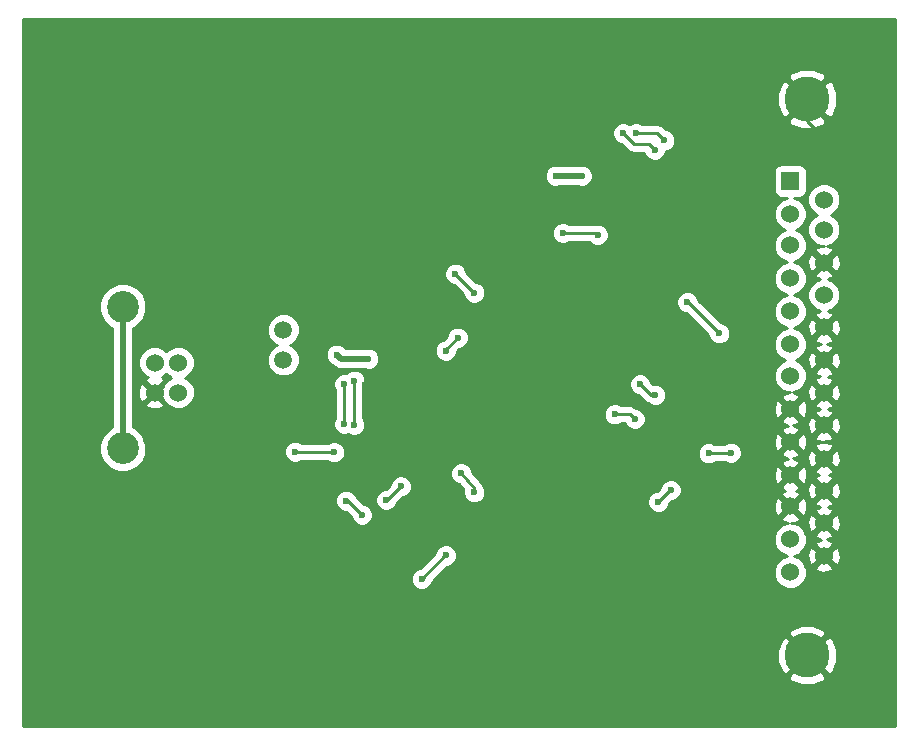
<source format=gbr>
G04 #@! TF.FileFunction,Copper,L2,Bot,Signal*
%FSLAX46Y46*%
G04 Gerber Fmt 4.6, Leading zero omitted, Abs format (unit mm)*
G04 Created by KiCad (PCBNEW 4.0.2-stable) date 2016-08-13 10:38.46*
%MOMM*%
G01*
G04 APERTURE LIST*
%ADD10C,0.100000*%
%ADD11C,1.506220*%
%ADD12C,1.524000*%
%ADD13C,2.700020*%
%ADD14C,3.810000*%
%ADD15R,1.524000X1.524000*%
%ADD16C,0.600000*%
%ADD17C,0.250000*%
%ADD18C,0.500000*%
%ADD19C,0.254000*%
G04 APERTURE END LIST*
D10*
D11*
X122650000Y-129470000D03*
X122650000Y-126930000D03*
D12*
X113750000Y-129710000D03*
X113750000Y-132250000D03*
X111751020Y-132250000D03*
X111751020Y-129710000D03*
D13*
X109051000Y-124980520D03*
X109051000Y-136979480D03*
D14*
X167000000Y-154500000D03*
X167000000Y-107400000D03*
D15*
X165580000Y-114340000D03*
D12*
X165580000Y-117134000D03*
X165580000Y-119801000D03*
X165580000Y-122595000D03*
X165580000Y-125389000D03*
X165580000Y-128183000D03*
X165580000Y-130850000D03*
X165580000Y-133644000D03*
X165580000Y-136438000D03*
X165580000Y-139232000D03*
X165580000Y-141899000D03*
X165580000Y-144693000D03*
X165580000Y-147487000D03*
X168420000Y-115914800D03*
X168420000Y-118454800D03*
X168420000Y-121248800D03*
X168420000Y-123992000D03*
X168420000Y-126735200D03*
X168420000Y-129529200D03*
X168420000Y-132272400D03*
X168420000Y-135015600D03*
X168420000Y-137860400D03*
X168420000Y-140552800D03*
X168420000Y-143296000D03*
X168420000Y-146090000D03*
D16*
X171800000Y-114100000D03*
X171900000Y-121100000D03*
X172300000Y-129100000D03*
X172000000Y-135300000D03*
X171800000Y-142200000D03*
X168700000Y-150000000D03*
X161000000Y-150400000D03*
X148800000Y-151300000D03*
X153400000Y-146500000D03*
X154600000Y-146300000D03*
X156400000Y-146500000D03*
X156600000Y-132900000D03*
X155100000Y-133300000D03*
X152700000Y-133000000D03*
X106600000Y-116950000D03*
X112500000Y-108150000D03*
X117100000Y-108800000D03*
X128250000Y-124650000D03*
X126700000Y-121550000D03*
X131000000Y-153000000D03*
X123700000Y-153050000D03*
X142300000Y-132800000D03*
X140950000Y-138300000D03*
X129600000Y-131600000D03*
X123700000Y-140550000D03*
X118050000Y-132700000D03*
X149900000Y-130300000D03*
X152700000Y-124850000D03*
X153800000Y-118500000D03*
X152850000Y-105050000D03*
X120050000Y-141250000D03*
X116550000Y-139500000D03*
X118650000Y-139300000D03*
X139050000Y-134150000D03*
X138450000Y-137200000D03*
X136650000Y-138000000D03*
X136350000Y-142900000D03*
X126400000Y-146250000D03*
X129050000Y-146700000D03*
X102350000Y-141900000D03*
X126650000Y-115100000D03*
X123700000Y-117100000D03*
X124900000Y-130300000D03*
X144100000Y-143750000D03*
X139250000Y-129100000D03*
X146300000Y-123450000D03*
X139000000Y-125600000D03*
X126750000Y-107850000D03*
X124850000Y-110000000D03*
X115600000Y-113050000D03*
X101650000Y-119300000D03*
X120900000Y-135000000D03*
X108100000Y-121100000D03*
X130900000Y-122050000D03*
X140500000Y-112250000D03*
X129850000Y-129400000D03*
X127150000Y-129050000D03*
X145700000Y-113900000D03*
X147900000Y-113900000D03*
X156850000Y-124600000D03*
X159550000Y-127250000D03*
X155450000Y-140500000D03*
X154400000Y-141500000D03*
X137200000Y-122200000D03*
X138800000Y-123800000D03*
X152850000Y-131550000D03*
X154150000Y-132450000D03*
X134350000Y-148050000D03*
X136400000Y-146050000D03*
X136400000Y-128700000D03*
X137400000Y-127600000D03*
X123650000Y-137250000D03*
X126950000Y-137300000D03*
X127950000Y-141400000D03*
X129300000Y-142600000D03*
X132600000Y-140200000D03*
X131350000Y-141350000D03*
X151400000Y-110300000D03*
X154100000Y-111700000D03*
X160550000Y-137350000D03*
X158650000Y-137400000D03*
X127800000Y-131550000D03*
X127800000Y-134900000D03*
X128650000Y-131250000D03*
X128650000Y-135000000D03*
X149250000Y-118900000D03*
X146300000Y-118750000D03*
X152500000Y-110300000D03*
X154900000Y-110900000D03*
X137700000Y-139100000D03*
X138800000Y-140700000D03*
X150700000Y-134100000D03*
X152400000Y-134500000D03*
D17*
X167000000Y-107400000D02*
X167000000Y-109300000D01*
X167000000Y-109300000D02*
X171800000Y-114100000D01*
X171900000Y-121100000D02*
X172300000Y-121500000D01*
X172300000Y-121500000D02*
X172300000Y-129100000D01*
X172000000Y-135300000D02*
X171800000Y-135500000D01*
X171800000Y-135500000D02*
X171800000Y-142200000D01*
X168700000Y-150000000D02*
X168300000Y-150400000D01*
X168300000Y-150400000D02*
X161000000Y-150400000D01*
X116550000Y-139500000D02*
X116550000Y-139450000D01*
X126400000Y-146250000D02*
X126350000Y-146250000D01*
X123700000Y-117100000D02*
X123550000Y-117250000D01*
D18*
X109051000Y-124980520D02*
X109051000Y-136979480D01*
X127500000Y-129400000D02*
X129850000Y-129400000D01*
X127150000Y-129050000D02*
X127500000Y-129400000D01*
X145700000Y-113900000D02*
X147900000Y-113900000D01*
D17*
X156900000Y-124600000D02*
X156850000Y-124600000D01*
X159550000Y-127250000D02*
X156900000Y-124600000D01*
X155400000Y-140500000D02*
X155450000Y-140500000D01*
X154400000Y-141500000D02*
X155400000Y-140500000D01*
X137200000Y-122200000D02*
X138800000Y-123800000D01*
X152850000Y-131550000D02*
X153750000Y-132450000D01*
X153750000Y-132450000D02*
X154150000Y-132450000D01*
X134350000Y-148050000D02*
X136350000Y-146050000D01*
X136350000Y-146050000D02*
X136400000Y-146050000D01*
X136400000Y-128600000D02*
X136400000Y-128700000D01*
X137400000Y-127600000D02*
X136400000Y-128600000D01*
X123650000Y-137250000D02*
X123700000Y-137300000D01*
X123700000Y-137300000D02*
X126950000Y-137300000D01*
X128100000Y-141400000D02*
X127950000Y-141400000D01*
X129300000Y-142600000D02*
X128100000Y-141400000D01*
X132600000Y-140200000D02*
X131450000Y-141350000D01*
X131450000Y-141350000D02*
X131350000Y-141350000D01*
X152300000Y-111200000D02*
X151400000Y-110300000D01*
X153600000Y-111200000D02*
X152300000Y-111200000D01*
X154100000Y-111700000D02*
X153600000Y-111200000D01*
X158700000Y-137350000D02*
X160550000Y-137350000D01*
X158650000Y-137400000D02*
X158700000Y-137350000D01*
X127800000Y-131550000D02*
X127800000Y-134900000D01*
X128650000Y-131250000D02*
X128600000Y-131300000D01*
X128600000Y-131300000D02*
X128650000Y-135000000D01*
X149250000Y-118900000D02*
X149100000Y-118750000D01*
X149100000Y-118750000D02*
X146300000Y-118750000D01*
X154300000Y-110300000D02*
X152500000Y-110300000D01*
X154900000Y-110900000D02*
X154300000Y-110300000D01*
X138800000Y-140300000D02*
X138800000Y-140700000D01*
X137700000Y-139100000D02*
X138800000Y-140300000D01*
X152000000Y-134100000D02*
X150700000Y-134100000D01*
X152400000Y-134500000D02*
X152000000Y-134100000D01*
D19*
G36*
X174473000Y-160464950D02*
X100635050Y-160464950D01*
X100635050Y-156306440D01*
X165373165Y-156306440D01*
X165582353Y-156667289D01*
X166519650Y-157044824D01*
X167530077Y-157034933D01*
X168417647Y-156667289D01*
X168626835Y-156306440D01*
X167000000Y-154679605D01*
X165373165Y-156306440D01*
X100635050Y-156306440D01*
X100635050Y-154019650D01*
X164455176Y-154019650D01*
X164465067Y-155030077D01*
X164832711Y-155917647D01*
X165193560Y-156126835D01*
X166820395Y-154500000D01*
X167179605Y-154500000D01*
X168806440Y-156126835D01*
X169167289Y-155917647D01*
X169544824Y-154980350D01*
X169534933Y-153969923D01*
X169167289Y-153082353D01*
X168806440Y-152873165D01*
X167179605Y-154500000D01*
X166820395Y-154500000D01*
X165193560Y-152873165D01*
X164832711Y-153082353D01*
X164455176Y-154019650D01*
X100635050Y-154019650D01*
X100635050Y-152693560D01*
X165373165Y-152693560D01*
X167000000Y-154320395D01*
X168626835Y-152693560D01*
X168417647Y-152332711D01*
X167480350Y-151955176D01*
X166469923Y-151965067D01*
X165582353Y-152332711D01*
X165373165Y-152693560D01*
X100635050Y-152693560D01*
X100635050Y-148235167D01*
X133414838Y-148235167D01*
X133556883Y-148578943D01*
X133819673Y-148842192D01*
X134163201Y-148984838D01*
X134535167Y-148985162D01*
X134878943Y-148843117D01*
X135142192Y-148580327D01*
X135284838Y-148236799D01*
X135284879Y-148189923D01*
X136489723Y-146985079D01*
X136585167Y-146985162D01*
X136928943Y-146843117D01*
X137192192Y-146580327D01*
X137334838Y-146236799D01*
X137335162Y-145864833D01*
X137193117Y-145521057D01*
X136930327Y-145257808D01*
X136586799Y-145115162D01*
X136214833Y-145114838D01*
X135871057Y-145256883D01*
X135607808Y-145519673D01*
X135467409Y-145857789D01*
X134210320Y-147114878D01*
X134164833Y-147114838D01*
X133821057Y-147256883D01*
X133557808Y-147519673D01*
X133415162Y-147863201D01*
X133414838Y-148235167D01*
X100635050Y-148235167D01*
X100635050Y-144969661D01*
X164182758Y-144969661D01*
X164394990Y-145483303D01*
X164787630Y-145876629D01*
X165300900Y-146089757D01*
X165303336Y-146089759D01*
X164789697Y-146301990D01*
X164396371Y-146694630D01*
X164183243Y-147207900D01*
X164182758Y-147763661D01*
X164394990Y-148277303D01*
X164787630Y-148670629D01*
X165300900Y-148883757D01*
X165856661Y-148884242D01*
X166370303Y-148672010D01*
X166763629Y-148279370D01*
X166976757Y-147766100D01*
X166977242Y-147210339D01*
X166919344Y-147070213D01*
X167619392Y-147070213D01*
X167688857Y-147312397D01*
X168212302Y-147499144D01*
X168767368Y-147471362D01*
X169151143Y-147312397D01*
X169220608Y-147070213D01*
X168420000Y-146269605D01*
X167619392Y-147070213D01*
X166919344Y-147070213D01*
X166765010Y-146696697D01*
X166372370Y-146303371D01*
X165859100Y-146090243D01*
X165856664Y-146090241D01*
X166359915Y-145882302D01*
X167010856Y-145882302D01*
X167038638Y-146437368D01*
X167197603Y-146821143D01*
X167439787Y-146890608D01*
X168240395Y-146090000D01*
X168599605Y-146090000D01*
X169400213Y-146890608D01*
X169642397Y-146821143D01*
X169829144Y-146297698D01*
X169801362Y-145742632D01*
X169642397Y-145358857D01*
X169400213Y-145289392D01*
X168599605Y-146090000D01*
X168240395Y-146090000D01*
X167439787Y-145289392D01*
X167197603Y-145358857D01*
X167010856Y-145882302D01*
X166359915Y-145882302D01*
X166370303Y-145878010D01*
X166763629Y-145485370D01*
X166976757Y-144972100D01*
X166977242Y-144416339D01*
X166919344Y-144276213D01*
X167619392Y-144276213D01*
X167688857Y-144518397D01*
X168203707Y-144702077D01*
X168072632Y-144708638D01*
X167688857Y-144867603D01*
X167619392Y-145109787D01*
X168420000Y-145910395D01*
X169220608Y-145109787D01*
X169151143Y-144867603D01*
X168636293Y-144683923D01*
X168767368Y-144677362D01*
X169151143Y-144518397D01*
X169220608Y-144276213D01*
X168420000Y-143475605D01*
X167619392Y-144276213D01*
X166919344Y-144276213D01*
X166765010Y-143902697D01*
X166372370Y-143509371D01*
X165859100Y-143296243D01*
X165614344Y-143296029D01*
X165927368Y-143280362D01*
X166311143Y-143121397D01*
X166320635Y-143088302D01*
X167010856Y-143088302D01*
X167038638Y-143643368D01*
X167197603Y-144027143D01*
X167439787Y-144096608D01*
X168240395Y-143296000D01*
X168599605Y-143296000D01*
X169400213Y-144096608D01*
X169642397Y-144027143D01*
X169829144Y-143503698D01*
X169801362Y-142948632D01*
X169642397Y-142564857D01*
X169400213Y-142495392D01*
X168599605Y-143296000D01*
X168240395Y-143296000D01*
X167439787Y-142495392D01*
X167197603Y-142564857D01*
X167010856Y-143088302D01*
X166320635Y-143088302D01*
X166380608Y-142879213D01*
X165580000Y-142078605D01*
X164779392Y-142879213D01*
X164848857Y-143121397D01*
X165337668Y-143295788D01*
X165303339Y-143295758D01*
X164789697Y-143507990D01*
X164396371Y-143900630D01*
X164183243Y-144413900D01*
X164182758Y-144969661D01*
X100635050Y-144969661D01*
X100635050Y-141585167D01*
X127014838Y-141585167D01*
X127156883Y-141928943D01*
X127419673Y-142192192D01*
X127763201Y-142334838D01*
X127960208Y-142335010D01*
X128364878Y-142739680D01*
X128364838Y-142785167D01*
X128506883Y-143128943D01*
X128769673Y-143392192D01*
X129113201Y-143534838D01*
X129485167Y-143535162D01*
X129828943Y-143393117D01*
X130092192Y-143130327D01*
X130234838Y-142786799D01*
X130235162Y-142414833D01*
X130093117Y-142071057D01*
X129830327Y-141807808D01*
X129486799Y-141665162D01*
X129439923Y-141665121D01*
X129309969Y-141535167D01*
X130414838Y-141535167D01*
X130556883Y-141878943D01*
X130819673Y-142142192D01*
X131163201Y-142284838D01*
X131535167Y-142285162D01*
X131878943Y-142143117D01*
X132142192Y-141880327D01*
X132223230Y-141685167D01*
X153464838Y-141685167D01*
X153606883Y-142028943D01*
X153869673Y-142292192D01*
X154213201Y-142434838D01*
X154585167Y-142435162D01*
X154928943Y-142293117D01*
X155192192Y-142030327D01*
X155332968Y-141691302D01*
X164170856Y-141691302D01*
X164198638Y-142246368D01*
X164357603Y-142630143D01*
X164599787Y-142699608D01*
X165400395Y-141899000D01*
X165759605Y-141899000D01*
X166560213Y-142699608D01*
X166802397Y-142630143D01*
X166989144Y-142106698D01*
X166961362Y-141551632D01*
X166953650Y-141533013D01*
X167619392Y-141533013D01*
X167688857Y-141775197D01*
X168078835Y-141914328D01*
X168072632Y-141914638D01*
X167688857Y-142073603D01*
X167619392Y-142315787D01*
X168420000Y-143116395D01*
X169220608Y-142315787D01*
X169151143Y-142073603D01*
X168761165Y-141934472D01*
X168767368Y-141934162D01*
X169151143Y-141775197D01*
X169220608Y-141533013D01*
X168420000Y-140732405D01*
X167619392Y-141533013D01*
X166953650Y-141533013D01*
X166802397Y-141167857D01*
X166560213Y-141098392D01*
X165759605Y-141899000D01*
X165400395Y-141899000D01*
X164599787Y-141098392D01*
X164357603Y-141167857D01*
X164170856Y-141691302D01*
X155332968Y-141691302D01*
X155334838Y-141686799D01*
X155334879Y-141639923D01*
X155539723Y-141435079D01*
X155635167Y-141435162D01*
X155978943Y-141293117D01*
X156242192Y-141030327D01*
X156384838Y-140686799D01*
X156385162Y-140314833D01*
X156342761Y-140212213D01*
X164779392Y-140212213D01*
X164848857Y-140454397D01*
X165137070Y-140557221D01*
X164848857Y-140676603D01*
X164779392Y-140918787D01*
X165580000Y-141719395D01*
X166380608Y-140918787D01*
X166311143Y-140676603D01*
X166022930Y-140573779D01*
X166311143Y-140454397D01*
X166342491Y-140345102D01*
X167010856Y-140345102D01*
X167038638Y-140900168D01*
X167197603Y-141283943D01*
X167439787Y-141353408D01*
X168240395Y-140552800D01*
X168599605Y-140552800D01*
X169400213Y-141353408D01*
X169642397Y-141283943D01*
X169829144Y-140760498D01*
X169801362Y-140205432D01*
X169642397Y-139821657D01*
X169400213Y-139752192D01*
X168599605Y-140552800D01*
X168240395Y-140552800D01*
X167439787Y-139752192D01*
X167197603Y-139821657D01*
X167010856Y-140345102D01*
X166342491Y-140345102D01*
X166380608Y-140212213D01*
X165580000Y-139411605D01*
X164779392Y-140212213D01*
X156342761Y-140212213D01*
X156243117Y-139971057D01*
X155980327Y-139707808D01*
X155636799Y-139565162D01*
X155264833Y-139564838D01*
X154921057Y-139706883D01*
X154657808Y-139969673D01*
X154517409Y-140307789D01*
X154260320Y-140564878D01*
X154214833Y-140564838D01*
X153871057Y-140706883D01*
X153607808Y-140969673D01*
X153465162Y-141313201D01*
X153464838Y-141685167D01*
X132223230Y-141685167D01*
X132247086Y-141627716D01*
X132739680Y-141135122D01*
X132785167Y-141135162D01*
X133128943Y-140993117D01*
X133392192Y-140730327D01*
X133534838Y-140386799D01*
X133535162Y-140014833D01*
X133393117Y-139671057D01*
X133130327Y-139407808D01*
X132834977Y-139285167D01*
X136764838Y-139285167D01*
X136906883Y-139628943D01*
X137169673Y-139892192D01*
X137513201Y-140034838D01*
X137525953Y-140034849D01*
X137896114Y-140438661D01*
X137865162Y-140513201D01*
X137864838Y-140885167D01*
X138006883Y-141228943D01*
X138269673Y-141492192D01*
X138613201Y-141634838D01*
X138985167Y-141635162D01*
X139328943Y-141493117D01*
X139592192Y-141230327D01*
X139734838Y-140886799D01*
X139735162Y-140514833D01*
X139593117Y-140171057D01*
X139523592Y-140101410D01*
X139514118Y-140039934D01*
X139505419Y-140025604D01*
X139502148Y-140009161D01*
X139428775Y-139899350D01*
X139360237Y-139786449D01*
X138661603Y-139024302D01*
X164170856Y-139024302D01*
X164198638Y-139579368D01*
X164357603Y-139963143D01*
X164599787Y-140032608D01*
X165400395Y-139232000D01*
X165759605Y-139232000D01*
X166560213Y-140032608D01*
X166802397Y-139963143D01*
X166989144Y-139439698D01*
X166961362Y-138884632D01*
X166943129Y-138840613D01*
X167619392Y-138840613D01*
X167688857Y-139082797D01*
X168010015Y-139197375D01*
X167688857Y-139330403D01*
X167619392Y-139572587D01*
X168420000Y-140373195D01*
X169220608Y-139572587D01*
X169151143Y-139330403D01*
X168829985Y-139215825D01*
X169151143Y-139082797D01*
X169220608Y-138840613D01*
X168420000Y-138040005D01*
X167619392Y-138840613D01*
X166943129Y-138840613D01*
X166802397Y-138500857D01*
X166560213Y-138431392D01*
X165759605Y-139232000D01*
X165400395Y-139232000D01*
X164599787Y-138431392D01*
X164357603Y-138500857D01*
X164170856Y-139024302D01*
X138661603Y-139024302D01*
X138635092Y-138995382D01*
X138635162Y-138914833D01*
X138493117Y-138571057D01*
X138230327Y-138307808D01*
X137886799Y-138165162D01*
X137514833Y-138164838D01*
X137171057Y-138306883D01*
X136907808Y-138569673D01*
X136765162Y-138913201D01*
X136764838Y-139285167D01*
X132834977Y-139285167D01*
X132786799Y-139265162D01*
X132414833Y-139264838D01*
X132071057Y-139406883D01*
X131807808Y-139669673D01*
X131665162Y-140013201D01*
X131665121Y-140060077D01*
X131310233Y-140414965D01*
X131164833Y-140414838D01*
X130821057Y-140556883D01*
X130557808Y-140819673D01*
X130415162Y-141163201D01*
X130414838Y-141535167D01*
X129309969Y-141535167D01*
X128811599Y-141036797D01*
X128743117Y-140871057D01*
X128480327Y-140607808D01*
X128136799Y-140465162D01*
X127764833Y-140464838D01*
X127421057Y-140606883D01*
X127157808Y-140869673D01*
X127015162Y-141213201D01*
X127014838Y-141585167D01*
X100635050Y-141585167D01*
X100635050Y-125373631D01*
X107065646Y-125373631D01*
X107367209Y-126103469D01*
X107925114Y-126662349D01*
X108166000Y-126762373D01*
X108166000Y-135197370D01*
X107928051Y-135295689D01*
X107369171Y-135853594D01*
X107066335Y-136582905D01*
X107065646Y-137372591D01*
X107367209Y-138102429D01*
X107925114Y-138661309D01*
X108654425Y-138964145D01*
X109444111Y-138964834D01*
X110173949Y-138663271D01*
X110732829Y-138105366D01*
X111011119Y-137435167D01*
X122714838Y-137435167D01*
X122856883Y-137778943D01*
X123119673Y-138042192D01*
X123463201Y-138184838D01*
X123835167Y-138185162D01*
X124138083Y-138060000D01*
X126387537Y-138060000D01*
X126419673Y-138092192D01*
X126763201Y-138234838D01*
X127135167Y-138235162D01*
X127478943Y-138093117D01*
X127742192Y-137830327D01*
X127843991Y-137585167D01*
X157714838Y-137585167D01*
X157856883Y-137928943D01*
X158119673Y-138192192D01*
X158463201Y-138334838D01*
X158835167Y-138335162D01*
X159178943Y-138193117D01*
X159262205Y-138110000D01*
X159987537Y-138110000D01*
X160019673Y-138142192D01*
X160363201Y-138284838D01*
X160735167Y-138285162D01*
X161078943Y-138143117D01*
X161342192Y-137880327D01*
X161484838Y-137536799D01*
X161484941Y-137418213D01*
X164779392Y-137418213D01*
X164848857Y-137660397D01*
X165363707Y-137844077D01*
X165232632Y-137850638D01*
X164848857Y-138009603D01*
X164779392Y-138251787D01*
X165580000Y-139052395D01*
X166380608Y-138251787D01*
X166311143Y-138009603D01*
X165796293Y-137825923D01*
X165927368Y-137819362D01*
X166311143Y-137660397D01*
X166313350Y-137652702D01*
X167010856Y-137652702D01*
X167038638Y-138207768D01*
X167197603Y-138591543D01*
X167439787Y-138661008D01*
X168240395Y-137860400D01*
X168599605Y-137860400D01*
X169400213Y-138661008D01*
X169642397Y-138591543D01*
X169829144Y-138068098D01*
X169801362Y-137513032D01*
X169642397Y-137129257D01*
X169400213Y-137059792D01*
X168599605Y-137860400D01*
X168240395Y-137860400D01*
X167439787Y-137059792D01*
X167197603Y-137129257D01*
X167010856Y-137652702D01*
X166313350Y-137652702D01*
X166380608Y-137418213D01*
X165580000Y-136617605D01*
X164779392Y-137418213D01*
X161484941Y-137418213D01*
X161485162Y-137164833D01*
X161343117Y-136821057D01*
X161080327Y-136557808D01*
X160736799Y-136415162D01*
X160364833Y-136414838D01*
X160021057Y-136556883D01*
X159987882Y-136590000D01*
X159137441Y-136590000D01*
X158836799Y-136465162D01*
X158464833Y-136464838D01*
X158121057Y-136606883D01*
X157857808Y-136869673D01*
X157715162Y-137213201D01*
X157714838Y-137585167D01*
X127843991Y-137585167D01*
X127884838Y-137486799D01*
X127885162Y-137114833D01*
X127743117Y-136771057D01*
X127480327Y-136507808D01*
X127136799Y-136365162D01*
X126764833Y-136364838D01*
X126421057Y-136506883D01*
X126387882Y-136540000D01*
X124262376Y-136540000D01*
X124180327Y-136457808D01*
X123836799Y-136315162D01*
X123464833Y-136314838D01*
X123121057Y-136456883D01*
X122857808Y-136719673D01*
X122715162Y-137063201D01*
X122714838Y-137435167D01*
X111011119Y-137435167D01*
X111035665Y-137376055D01*
X111036354Y-136586369D01*
X110889231Y-136230302D01*
X164170856Y-136230302D01*
X164198638Y-136785368D01*
X164357603Y-137169143D01*
X164599787Y-137238608D01*
X165400395Y-136438000D01*
X165759605Y-136438000D01*
X166560213Y-137238608D01*
X166802397Y-137169143D01*
X166905486Y-136880187D01*
X167619392Y-136880187D01*
X168420000Y-137680795D01*
X169220608Y-136880187D01*
X169151143Y-136638003D01*
X168627698Y-136451256D01*
X168072632Y-136479038D01*
X167688857Y-136638003D01*
X167619392Y-136880187D01*
X166905486Y-136880187D01*
X166989144Y-136645698D01*
X166961362Y-136090632D01*
X166922087Y-135995813D01*
X167619392Y-135995813D01*
X167688857Y-136237997D01*
X168212302Y-136424744D01*
X168767368Y-136396962D01*
X169151143Y-136237997D01*
X169220608Y-135995813D01*
X168420000Y-135195205D01*
X167619392Y-135995813D01*
X166922087Y-135995813D01*
X166802397Y-135706857D01*
X166560213Y-135637392D01*
X165759605Y-136438000D01*
X165400395Y-136438000D01*
X164599787Y-135637392D01*
X164357603Y-135706857D01*
X164170856Y-136230302D01*
X110889231Y-136230302D01*
X110734791Y-135856531D01*
X110176886Y-135297651D01*
X109936000Y-135197627D01*
X109936000Y-133230213D01*
X110950412Y-133230213D01*
X111019877Y-133472397D01*
X111543322Y-133659144D01*
X112098388Y-133631362D01*
X112482163Y-133472397D01*
X112551628Y-133230213D01*
X111751020Y-132429605D01*
X110950412Y-133230213D01*
X109936000Y-133230213D01*
X109936000Y-132042302D01*
X110341876Y-132042302D01*
X110369658Y-132597368D01*
X110528623Y-132981143D01*
X110770807Y-133050608D01*
X111571415Y-132250000D01*
X110770807Y-131449392D01*
X110528623Y-131518857D01*
X110341876Y-132042302D01*
X109936000Y-132042302D01*
X109936000Y-129986661D01*
X110353778Y-129986661D01*
X110566010Y-130500303D01*
X110958650Y-130893629D01*
X111150747Y-130973395D01*
X111019877Y-131027603D01*
X110950412Y-131269787D01*
X111751020Y-132070395D01*
X112551628Y-131269787D01*
X112482163Y-131027603D01*
X112341702Y-130977491D01*
X112541323Y-130895010D01*
X112750530Y-130686168D01*
X112957630Y-130893629D01*
X113165512Y-130979949D01*
X112959697Y-131064990D01*
X112566371Y-131457630D01*
X112455154Y-131725471D01*
X111930625Y-132250000D01*
X112455189Y-132774564D01*
X112564990Y-133040303D01*
X112957630Y-133433629D01*
X113470900Y-133646757D01*
X114026661Y-133647242D01*
X114540303Y-133435010D01*
X114933629Y-133042370D01*
X115146757Y-132529100D01*
X115147242Y-131973339D01*
X115048832Y-131735167D01*
X126864838Y-131735167D01*
X127006883Y-132078943D01*
X127040000Y-132112118D01*
X127040000Y-134337537D01*
X127007808Y-134369673D01*
X126865162Y-134713201D01*
X126864838Y-135085167D01*
X127006883Y-135428943D01*
X127269673Y-135692192D01*
X127613201Y-135834838D01*
X127985167Y-135835162D01*
X128110763Y-135783267D01*
X128119673Y-135792192D01*
X128463201Y-135934838D01*
X128835167Y-135935162D01*
X129178943Y-135793117D01*
X129442192Y-135530327D01*
X129584838Y-135186799D01*
X129585162Y-134814833D01*
X129443117Y-134471057D01*
X129402370Y-134430239D01*
X129400410Y-134285167D01*
X149764838Y-134285167D01*
X149906883Y-134628943D01*
X150169673Y-134892192D01*
X150513201Y-135034838D01*
X150885167Y-135035162D01*
X151228943Y-134893117D01*
X151262118Y-134860000D01*
X151537077Y-134860000D01*
X151606883Y-135028943D01*
X151869673Y-135292192D01*
X152213201Y-135434838D01*
X152585167Y-135435162D01*
X152928943Y-135293117D01*
X153192192Y-135030327D01*
X153334838Y-134686799D01*
X153334892Y-134624213D01*
X164779392Y-134624213D01*
X164848857Y-134866397D01*
X165363707Y-135050077D01*
X165232632Y-135056638D01*
X164848857Y-135215603D01*
X164779392Y-135457787D01*
X165580000Y-136258395D01*
X166380608Y-135457787D01*
X166311143Y-135215603D01*
X165796293Y-135031923D01*
X165927368Y-135025362D01*
X166311143Y-134866397D01*
X166327920Y-134807902D01*
X167010856Y-134807902D01*
X167038638Y-135362968D01*
X167197603Y-135746743D01*
X167439787Y-135816208D01*
X168240395Y-135015600D01*
X168599605Y-135015600D01*
X169400213Y-135816208D01*
X169642397Y-135746743D01*
X169829144Y-135223298D01*
X169801362Y-134668232D01*
X169642397Y-134284457D01*
X169400213Y-134214992D01*
X168599605Y-135015600D01*
X168240395Y-135015600D01*
X167439787Y-134214992D01*
X167197603Y-134284457D01*
X167010856Y-134807902D01*
X166327920Y-134807902D01*
X166380608Y-134624213D01*
X165580000Y-133823605D01*
X164779392Y-134624213D01*
X153334892Y-134624213D01*
X153335162Y-134314833D01*
X153193117Y-133971057D01*
X152930327Y-133707808D01*
X152586799Y-133565162D01*
X152539923Y-133565121D01*
X152537401Y-133562599D01*
X152348384Y-133436302D01*
X164170856Y-133436302D01*
X164198638Y-133991368D01*
X164357603Y-134375143D01*
X164599787Y-134444608D01*
X165400395Y-133644000D01*
X165759605Y-133644000D01*
X166560213Y-134444608D01*
X166802397Y-134375143D01*
X166989144Y-133851698D01*
X166961362Y-133296632D01*
X166943129Y-133252613D01*
X167619392Y-133252613D01*
X167688857Y-133494797D01*
X168078835Y-133633928D01*
X168072632Y-133634238D01*
X167688857Y-133793203D01*
X167619392Y-134035387D01*
X168420000Y-134835995D01*
X169220608Y-134035387D01*
X169151143Y-133793203D01*
X168761165Y-133654072D01*
X168767368Y-133653762D01*
X169151143Y-133494797D01*
X169220608Y-133252613D01*
X168420000Y-132452005D01*
X167619392Y-133252613D01*
X166943129Y-133252613D01*
X166802397Y-132912857D01*
X166560213Y-132843392D01*
X165759605Y-133644000D01*
X165400395Y-133644000D01*
X164599787Y-132843392D01*
X164357603Y-132912857D01*
X164170856Y-133436302D01*
X152348384Y-133436302D01*
X152290839Y-133397852D01*
X152000000Y-133340000D01*
X151262463Y-133340000D01*
X151230327Y-133307808D01*
X150886799Y-133165162D01*
X150514833Y-133164838D01*
X150171057Y-133306883D01*
X149907808Y-133569673D01*
X149765162Y-133913201D01*
X149764838Y-134285167D01*
X129400410Y-134285167D01*
X129367567Y-131854822D01*
X129442192Y-131780327D01*
X129460944Y-131735167D01*
X151914838Y-131735167D01*
X152056883Y-132078943D01*
X152319673Y-132342192D01*
X152663201Y-132484838D01*
X152710077Y-132484879D01*
X153212599Y-132987401D01*
X153459160Y-133152148D01*
X153547285Y-133169677D01*
X153619673Y-133242192D01*
X153963201Y-133384838D01*
X154335167Y-133385162D01*
X154678943Y-133243117D01*
X154942192Y-132980327D01*
X155084838Y-132636799D01*
X155085162Y-132264833D01*
X154943117Y-131921057D01*
X154680327Y-131657808D01*
X154336799Y-131515162D01*
X153964833Y-131514838D01*
X153911625Y-131536823D01*
X153785122Y-131410320D01*
X153785162Y-131364833D01*
X153643117Y-131021057D01*
X153380327Y-130757808D01*
X153036799Y-130615162D01*
X152664833Y-130614838D01*
X152321057Y-130756883D01*
X152057808Y-131019673D01*
X151915162Y-131363201D01*
X151914838Y-131735167D01*
X129460944Y-131735167D01*
X129584838Y-131436799D01*
X129585162Y-131064833D01*
X129443117Y-130721057D01*
X129180327Y-130457808D01*
X128836799Y-130315162D01*
X128464833Y-130314838D01*
X128121057Y-130456883D01*
X127962523Y-130615141D01*
X127614833Y-130614838D01*
X127271057Y-130756883D01*
X127007808Y-131019673D01*
X126865162Y-131363201D01*
X126864838Y-131735167D01*
X115048832Y-131735167D01*
X114935010Y-131459697D01*
X114542370Y-131066371D01*
X114334488Y-130980051D01*
X114540303Y-130895010D01*
X114933629Y-130502370D01*
X115146757Y-129989100D01*
X115147242Y-129433339D01*
X114935010Y-128919697D01*
X114542370Y-128526371D01*
X114029100Y-128313243D01*
X113473339Y-128312758D01*
X112959697Y-128524990D01*
X112750490Y-128733832D01*
X112543390Y-128526371D01*
X112030120Y-128313243D01*
X111474359Y-128312758D01*
X110960717Y-128524990D01*
X110567391Y-128917630D01*
X110354263Y-129430900D01*
X110353778Y-129986661D01*
X109936000Y-129986661D01*
X109936000Y-127204901D01*
X121261649Y-127204901D01*
X121472531Y-127715274D01*
X121862672Y-128106096D01*
X122088743Y-128199969D01*
X121864726Y-128292531D01*
X121473904Y-128682672D01*
X121262131Y-129192676D01*
X121261649Y-129744901D01*
X121472531Y-130255274D01*
X121862672Y-130646096D01*
X122372676Y-130857869D01*
X122924901Y-130858351D01*
X123435274Y-130647469D01*
X123826096Y-130257328D01*
X124037869Y-129747324D01*
X124038316Y-129235167D01*
X126214838Y-129235167D01*
X126356883Y-129578943D01*
X126619673Y-129842192D01*
X126740987Y-129892566D01*
X126874208Y-130025787D01*
X126874210Y-130025790D01*
X127161325Y-130217633D01*
X127217516Y-130228810D01*
X127500000Y-130285001D01*
X127500005Y-130285000D01*
X129543178Y-130285000D01*
X129663201Y-130334838D01*
X130035167Y-130335162D01*
X130378943Y-130193117D01*
X130642192Y-129930327D01*
X130784838Y-129586799D01*
X130785162Y-129214833D01*
X130648948Y-128885167D01*
X135464838Y-128885167D01*
X135606883Y-129228943D01*
X135869673Y-129492192D01*
X136213201Y-129634838D01*
X136585167Y-129635162D01*
X136928943Y-129493117D01*
X137192192Y-129230327D01*
X137334838Y-128886799D01*
X137334966Y-128739836D01*
X137539680Y-128535122D01*
X137585167Y-128535162D01*
X137928943Y-128393117D01*
X138192192Y-128130327D01*
X138334838Y-127786799D01*
X138335162Y-127414833D01*
X138193117Y-127071057D01*
X137930327Y-126807808D01*
X137586799Y-126665162D01*
X137214833Y-126664838D01*
X136871057Y-126806883D01*
X136607808Y-127069673D01*
X136465162Y-127413201D01*
X136465121Y-127460077D01*
X136122004Y-127803194D01*
X135871057Y-127906883D01*
X135607808Y-128169673D01*
X135465162Y-128513201D01*
X135464838Y-128885167D01*
X130648948Y-128885167D01*
X130643117Y-128871057D01*
X130380327Y-128607808D01*
X130036799Y-128465162D01*
X129664833Y-128464838D01*
X129543431Y-128515000D01*
X127937071Y-128515000D01*
X127680327Y-128257808D01*
X127336799Y-128115162D01*
X126964833Y-128114838D01*
X126621057Y-128256883D01*
X126357808Y-128519673D01*
X126215162Y-128863201D01*
X126214838Y-129235167D01*
X124038316Y-129235167D01*
X124038351Y-129195099D01*
X123827469Y-128684726D01*
X123437328Y-128293904D01*
X123211257Y-128200031D01*
X123435274Y-128107469D01*
X123826096Y-127717328D01*
X124037869Y-127207324D01*
X124038351Y-126655099D01*
X123827469Y-126144726D01*
X123437328Y-125753904D01*
X122927324Y-125542131D01*
X122375099Y-125541649D01*
X121864726Y-125752531D01*
X121473904Y-126142672D01*
X121262131Y-126652676D01*
X121261649Y-127204901D01*
X109936000Y-127204901D01*
X109936000Y-126762630D01*
X110173949Y-126664311D01*
X110732829Y-126106406D01*
X111035665Y-125377095D01*
X111036181Y-124785167D01*
X155914838Y-124785167D01*
X156056883Y-125128943D01*
X156319673Y-125392192D01*
X156663201Y-125534838D01*
X156760120Y-125534922D01*
X158614878Y-127389680D01*
X158614838Y-127435167D01*
X158756883Y-127778943D01*
X159019673Y-128042192D01*
X159363201Y-128184838D01*
X159735167Y-128185162D01*
X160078943Y-128043117D01*
X160342192Y-127780327D01*
X160484838Y-127436799D01*
X160485162Y-127064833D01*
X160343117Y-126721057D01*
X160080327Y-126457808D01*
X159736799Y-126315162D01*
X159689923Y-126315121D01*
X157782012Y-124407210D01*
X157643117Y-124071057D01*
X157380327Y-123807808D01*
X157036799Y-123665162D01*
X156664833Y-123664838D01*
X156321057Y-123806883D01*
X156057808Y-124069673D01*
X155915162Y-124413201D01*
X155914838Y-124785167D01*
X111036181Y-124785167D01*
X111036354Y-124587409D01*
X110734791Y-123857571D01*
X110176886Y-123298691D01*
X109447575Y-122995855D01*
X108657889Y-122995166D01*
X107928051Y-123296729D01*
X107369171Y-123854634D01*
X107066335Y-124583945D01*
X107065646Y-125373631D01*
X100635050Y-125373631D01*
X100635050Y-122385167D01*
X136264838Y-122385167D01*
X136406883Y-122728943D01*
X136669673Y-122992192D01*
X137013201Y-123134838D01*
X137060077Y-123134879D01*
X137864878Y-123939680D01*
X137864838Y-123985167D01*
X138006883Y-124328943D01*
X138269673Y-124592192D01*
X138613201Y-124734838D01*
X138985167Y-124735162D01*
X139328943Y-124593117D01*
X139592192Y-124330327D01*
X139734838Y-123986799D01*
X139735162Y-123614833D01*
X139593117Y-123271057D01*
X139330327Y-123007808D01*
X138986799Y-122865162D01*
X138939923Y-122865121D01*
X138135122Y-122060320D01*
X138135162Y-122014833D01*
X137993117Y-121671057D01*
X137730327Y-121407808D01*
X137386799Y-121265162D01*
X137014833Y-121264838D01*
X136671057Y-121406883D01*
X136407808Y-121669673D01*
X136265162Y-122013201D01*
X136264838Y-122385167D01*
X100635050Y-122385167D01*
X100635050Y-118935167D01*
X145364838Y-118935167D01*
X145506883Y-119278943D01*
X145769673Y-119542192D01*
X146113201Y-119684838D01*
X146485167Y-119685162D01*
X146828943Y-119543117D01*
X146862118Y-119510000D01*
X148537799Y-119510000D01*
X148719673Y-119692192D01*
X149063201Y-119834838D01*
X149435167Y-119835162D01*
X149778943Y-119693117D01*
X150042192Y-119430327D01*
X150184838Y-119086799D01*
X150185162Y-118714833D01*
X150043117Y-118371057D01*
X149780327Y-118107808D01*
X149436799Y-117965162D01*
X149064833Y-117964838D01*
X149003936Y-117990000D01*
X146862463Y-117990000D01*
X146830327Y-117957808D01*
X146486799Y-117815162D01*
X146114833Y-117814838D01*
X145771057Y-117956883D01*
X145507808Y-118219673D01*
X145365162Y-118563201D01*
X145364838Y-118935167D01*
X100635050Y-118935167D01*
X100635050Y-114085167D01*
X144764838Y-114085167D01*
X144906883Y-114428943D01*
X145169673Y-114692192D01*
X145513201Y-114834838D01*
X145885167Y-114835162D01*
X146006569Y-114785000D01*
X147593178Y-114785000D01*
X147713201Y-114834838D01*
X148085167Y-114835162D01*
X148428943Y-114693117D01*
X148692192Y-114430327D01*
X148834838Y-114086799D01*
X148835162Y-113714833D01*
X148778624Y-113578000D01*
X164170560Y-113578000D01*
X164170560Y-115102000D01*
X164214838Y-115337317D01*
X164353910Y-115553441D01*
X164566110Y-115698431D01*
X164818000Y-115749440D01*
X165272646Y-115749440D01*
X164789697Y-115948990D01*
X164396371Y-116341630D01*
X164183243Y-116854900D01*
X164182758Y-117410661D01*
X164394990Y-117924303D01*
X164787630Y-118317629D01*
X165148815Y-118467606D01*
X164789697Y-118615990D01*
X164396371Y-119008630D01*
X164183243Y-119521900D01*
X164182758Y-120077661D01*
X164394990Y-120591303D01*
X164787630Y-120984629D01*
X165300900Y-121197757D01*
X165303336Y-121197759D01*
X164789697Y-121409990D01*
X164396371Y-121802630D01*
X164183243Y-122315900D01*
X164182758Y-122871661D01*
X164394990Y-123385303D01*
X164787630Y-123778629D01*
X165300900Y-123991757D01*
X165303336Y-123991759D01*
X164789697Y-124203990D01*
X164396371Y-124596630D01*
X164183243Y-125109900D01*
X164182758Y-125665661D01*
X164394990Y-126179303D01*
X164787630Y-126572629D01*
X165300900Y-126785757D01*
X165303336Y-126785759D01*
X164789697Y-126997990D01*
X164396371Y-127390630D01*
X164183243Y-127903900D01*
X164182758Y-128459661D01*
X164394990Y-128973303D01*
X164787630Y-129366629D01*
X165148815Y-129516606D01*
X164789697Y-129664990D01*
X164396371Y-130057630D01*
X164183243Y-130570900D01*
X164182758Y-131126661D01*
X164394990Y-131640303D01*
X164787630Y-132033629D01*
X165300900Y-132246757D01*
X165545656Y-132246971D01*
X165232632Y-132262638D01*
X164848857Y-132421603D01*
X164779392Y-132663787D01*
X165580000Y-133464395D01*
X166380608Y-132663787D01*
X166311143Y-132421603D01*
X165822332Y-132247212D01*
X165856661Y-132247242D01*
X166298442Y-132064702D01*
X167010856Y-132064702D01*
X167038638Y-132619768D01*
X167197603Y-133003543D01*
X167439787Y-133073008D01*
X168240395Y-132272400D01*
X168599605Y-132272400D01*
X169400213Y-133073008D01*
X169642397Y-133003543D01*
X169829144Y-132480098D01*
X169801362Y-131925032D01*
X169642397Y-131541257D01*
X169400213Y-131471792D01*
X168599605Y-132272400D01*
X168240395Y-132272400D01*
X167439787Y-131471792D01*
X167197603Y-131541257D01*
X167010856Y-132064702D01*
X166298442Y-132064702D01*
X166370303Y-132035010D01*
X166763629Y-131642370D01*
X166976757Y-131129100D01*
X166977242Y-130573339D01*
X166950829Y-130509413D01*
X167619392Y-130509413D01*
X167688857Y-130751597D01*
X168078835Y-130890728D01*
X168072632Y-130891038D01*
X167688857Y-131050003D01*
X167619392Y-131292187D01*
X168420000Y-132092795D01*
X169220608Y-131292187D01*
X169151143Y-131050003D01*
X168761165Y-130910872D01*
X168767368Y-130910562D01*
X169151143Y-130751597D01*
X169220608Y-130509413D01*
X168420000Y-129708805D01*
X167619392Y-130509413D01*
X166950829Y-130509413D01*
X166765010Y-130059697D01*
X166372370Y-129666371D01*
X166011185Y-129516394D01*
X166370303Y-129368010D01*
X166416892Y-129321502D01*
X167010856Y-129321502D01*
X167038638Y-129876568D01*
X167197603Y-130260343D01*
X167439787Y-130329808D01*
X168240395Y-129529200D01*
X168599605Y-129529200D01*
X169400213Y-130329808D01*
X169642397Y-130260343D01*
X169829144Y-129736898D01*
X169801362Y-129181832D01*
X169642397Y-128798057D01*
X169400213Y-128728592D01*
X168599605Y-129529200D01*
X168240395Y-129529200D01*
X167439787Y-128728592D01*
X167197603Y-128798057D01*
X167010856Y-129321502D01*
X166416892Y-129321502D01*
X166763629Y-128975370D01*
X166976757Y-128462100D01*
X166977242Y-127906339D01*
X166898354Y-127715413D01*
X167619392Y-127715413D01*
X167688857Y-127957597D01*
X168203707Y-128141277D01*
X168072632Y-128147838D01*
X167688857Y-128306803D01*
X167619392Y-128548987D01*
X168420000Y-129349595D01*
X169220608Y-128548987D01*
X169151143Y-128306803D01*
X168636293Y-128123123D01*
X168767368Y-128116562D01*
X169151143Y-127957597D01*
X169220608Y-127715413D01*
X168420000Y-126914805D01*
X167619392Y-127715413D01*
X166898354Y-127715413D01*
X166765010Y-127392697D01*
X166372370Y-126999371D01*
X165859100Y-126786243D01*
X165856664Y-126786241D01*
X166370303Y-126574010D01*
X166416892Y-126527502D01*
X167010856Y-126527502D01*
X167038638Y-127082568D01*
X167197603Y-127466343D01*
X167439787Y-127535808D01*
X168240395Y-126735200D01*
X168599605Y-126735200D01*
X169400213Y-127535808D01*
X169642397Y-127466343D01*
X169829144Y-126942898D01*
X169801362Y-126387832D01*
X169642397Y-126004057D01*
X169400213Y-125934592D01*
X168599605Y-126735200D01*
X168240395Y-126735200D01*
X167439787Y-125934592D01*
X167197603Y-126004057D01*
X167010856Y-126527502D01*
X166416892Y-126527502D01*
X166763629Y-126181370D01*
X166976757Y-125668100D01*
X166977242Y-125112339D01*
X166765010Y-124598697D01*
X166435550Y-124268661D01*
X167022758Y-124268661D01*
X167234990Y-124782303D01*
X167627630Y-125175629D01*
X168064709Y-125357120D01*
X167688857Y-125512803D01*
X167619392Y-125754987D01*
X168420000Y-126555595D01*
X169220608Y-125754987D01*
X169151143Y-125512803D01*
X168746771Y-125368537D01*
X169210303Y-125177010D01*
X169603629Y-124784370D01*
X169816757Y-124271100D01*
X169817242Y-123715339D01*
X169605010Y-123201697D01*
X169212370Y-122808371D01*
X168775291Y-122626880D01*
X169151143Y-122471197D01*
X169220608Y-122229013D01*
X168420000Y-121428405D01*
X167619392Y-122229013D01*
X167688857Y-122471197D01*
X168093229Y-122615463D01*
X167629697Y-122806990D01*
X167236371Y-123199630D01*
X167023243Y-123712900D01*
X167022758Y-124268661D01*
X166435550Y-124268661D01*
X166372370Y-124205371D01*
X165859100Y-123992243D01*
X165856664Y-123992241D01*
X166370303Y-123780010D01*
X166763629Y-123387370D01*
X166976757Y-122874100D01*
X166977242Y-122318339D01*
X166765010Y-121804697D01*
X166372370Y-121411371D01*
X165859100Y-121198243D01*
X165856664Y-121198241D01*
X166236969Y-121041102D01*
X167010856Y-121041102D01*
X167038638Y-121596168D01*
X167197603Y-121979943D01*
X167439787Y-122049408D01*
X168240395Y-121248800D01*
X168599605Y-121248800D01*
X169400213Y-122049408D01*
X169642397Y-121979943D01*
X169829144Y-121456498D01*
X169801362Y-120901432D01*
X169642397Y-120517657D01*
X169400213Y-120448192D01*
X168599605Y-121248800D01*
X168240395Y-121248800D01*
X167439787Y-120448192D01*
X167197603Y-120517657D01*
X167010856Y-121041102D01*
X166236969Y-121041102D01*
X166370303Y-120986010D01*
X166763629Y-120593370D01*
X166976757Y-120080100D01*
X166977242Y-119524339D01*
X166765010Y-119010697D01*
X166372370Y-118617371D01*
X166011185Y-118467394D01*
X166370303Y-118319010D01*
X166763629Y-117926370D01*
X166976757Y-117413100D01*
X166977242Y-116857339D01*
X166765010Y-116343697D01*
X166613040Y-116191461D01*
X167022758Y-116191461D01*
X167234990Y-116705103D01*
X167627630Y-117098429D01*
X167835512Y-117184749D01*
X167629697Y-117269790D01*
X167236371Y-117662430D01*
X167023243Y-118175700D01*
X167022758Y-118731461D01*
X167234990Y-119245103D01*
X167627630Y-119638429D01*
X168140900Y-119851557D01*
X168385656Y-119851771D01*
X168072632Y-119867438D01*
X167688857Y-120026403D01*
X167619392Y-120268587D01*
X168420000Y-121069195D01*
X169220608Y-120268587D01*
X169151143Y-120026403D01*
X168662332Y-119852012D01*
X168696661Y-119852042D01*
X169210303Y-119639810D01*
X169603629Y-119247170D01*
X169816757Y-118733900D01*
X169817242Y-118178139D01*
X169605010Y-117664497D01*
X169212370Y-117271171D01*
X169004488Y-117184851D01*
X169210303Y-117099810D01*
X169603629Y-116707170D01*
X169816757Y-116193900D01*
X169817242Y-115638139D01*
X169605010Y-115124497D01*
X169212370Y-114731171D01*
X168699100Y-114518043D01*
X168143339Y-114517558D01*
X167629697Y-114729790D01*
X167236371Y-115122430D01*
X167023243Y-115635700D01*
X167022758Y-116191461D01*
X166613040Y-116191461D01*
X166372370Y-115950371D01*
X165888474Y-115749440D01*
X166342000Y-115749440D01*
X166577317Y-115705162D01*
X166793441Y-115566090D01*
X166938431Y-115353890D01*
X166989440Y-115102000D01*
X166989440Y-113578000D01*
X166945162Y-113342683D01*
X166806090Y-113126559D01*
X166593890Y-112981569D01*
X166342000Y-112930560D01*
X164818000Y-112930560D01*
X164582683Y-112974838D01*
X164366559Y-113113910D01*
X164221569Y-113326110D01*
X164170560Y-113578000D01*
X148778624Y-113578000D01*
X148693117Y-113371057D01*
X148430327Y-113107808D01*
X148086799Y-112965162D01*
X147714833Y-112964838D01*
X147593431Y-113015000D01*
X146006822Y-113015000D01*
X145886799Y-112965162D01*
X145514833Y-112964838D01*
X145171057Y-113106883D01*
X144907808Y-113369673D01*
X144765162Y-113713201D01*
X144764838Y-114085167D01*
X100635050Y-114085167D01*
X100635050Y-110485167D01*
X150464838Y-110485167D01*
X150606883Y-110828943D01*
X150869673Y-111092192D01*
X151213201Y-111234838D01*
X151260077Y-111234879D01*
X151762599Y-111737401D01*
X152009160Y-111902148D01*
X152300000Y-111960000D01*
X153195758Y-111960000D01*
X153306883Y-112228943D01*
X153569673Y-112492192D01*
X153913201Y-112634838D01*
X154285167Y-112635162D01*
X154628943Y-112493117D01*
X154892192Y-112230327D01*
X155034838Y-111886799D01*
X155034883Y-111835118D01*
X155085167Y-111835162D01*
X155428943Y-111693117D01*
X155692192Y-111430327D01*
X155834838Y-111086799D01*
X155835162Y-110714833D01*
X155693117Y-110371057D01*
X155430327Y-110107808D01*
X155086799Y-109965162D01*
X155039923Y-109965121D01*
X154837401Y-109762599D01*
X154590839Y-109597852D01*
X154300000Y-109540000D01*
X153062463Y-109540000D01*
X153030327Y-109507808D01*
X152686799Y-109365162D01*
X152314833Y-109364838D01*
X151971057Y-109506883D01*
X151950194Y-109527710D01*
X151930327Y-109507808D01*
X151586799Y-109365162D01*
X151214833Y-109364838D01*
X150871057Y-109506883D01*
X150607808Y-109769673D01*
X150465162Y-110113201D01*
X150464838Y-110485167D01*
X100635050Y-110485167D01*
X100635050Y-109206440D01*
X165373165Y-109206440D01*
X165582353Y-109567289D01*
X166519650Y-109944824D01*
X167530077Y-109934933D01*
X168417647Y-109567289D01*
X168626835Y-109206440D01*
X167000000Y-107579605D01*
X165373165Y-109206440D01*
X100635050Y-109206440D01*
X100635050Y-106919650D01*
X164455176Y-106919650D01*
X164465067Y-107930077D01*
X164832711Y-108817647D01*
X165193560Y-109026835D01*
X166820395Y-107400000D01*
X167179605Y-107400000D01*
X168806440Y-109026835D01*
X169167289Y-108817647D01*
X169544824Y-107880350D01*
X169534933Y-106869923D01*
X169167289Y-105982353D01*
X168806440Y-105773165D01*
X167179605Y-107400000D01*
X166820395Y-107400000D01*
X165193560Y-105773165D01*
X164832711Y-105982353D01*
X164455176Y-106919650D01*
X100635050Y-106919650D01*
X100635050Y-105593560D01*
X165373165Y-105593560D01*
X167000000Y-107220395D01*
X168626835Y-105593560D01*
X168417647Y-105232711D01*
X167480350Y-104855176D01*
X166469923Y-104865067D01*
X165582353Y-105232711D01*
X165373165Y-105593560D01*
X100635050Y-105593560D01*
X100635050Y-100635050D01*
X174473000Y-100635050D01*
X174473000Y-160464950D01*
X174473000Y-160464950D01*
G37*
X174473000Y-160464950D02*
X100635050Y-160464950D01*
X100635050Y-156306440D01*
X165373165Y-156306440D01*
X165582353Y-156667289D01*
X166519650Y-157044824D01*
X167530077Y-157034933D01*
X168417647Y-156667289D01*
X168626835Y-156306440D01*
X167000000Y-154679605D01*
X165373165Y-156306440D01*
X100635050Y-156306440D01*
X100635050Y-154019650D01*
X164455176Y-154019650D01*
X164465067Y-155030077D01*
X164832711Y-155917647D01*
X165193560Y-156126835D01*
X166820395Y-154500000D01*
X167179605Y-154500000D01*
X168806440Y-156126835D01*
X169167289Y-155917647D01*
X169544824Y-154980350D01*
X169534933Y-153969923D01*
X169167289Y-153082353D01*
X168806440Y-152873165D01*
X167179605Y-154500000D01*
X166820395Y-154500000D01*
X165193560Y-152873165D01*
X164832711Y-153082353D01*
X164455176Y-154019650D01*
X100635050Y-154019650D01*
X100635050Y-152693560D01*
X165373165Y-152693560D01*
X167000000Y-154320395D01*
X168626835Y-152693560D01*
X168417647Y-152332711D01*
X167480350Y-151955176D01*
X166469923Y-151965067D01*
X165582353Y-152332711D01*
X165373165Y-152693560D01*
X100635050Y-152693560D01*
X100635050Y-148235167D01*
X133414838Y-148235167D01*
X133556883Y-148578943D01*
X133819673Y-148842192D01*
X134163201Y-148984838D01*
X134535167Y-148985162D01*
X134878943Y-148843117D01*
X135142192Y-148580327D01*
X135284838Y-148236799D01*
X135284879Y-148189923D01*
X136489723Y-146985079D01*
X136585167Y-146985162D01*
X136928943Y-146843117D01*
X137192192Y-146580327D01*
X137334838Y-146236799D01*
X137335162Y-145864833D01*
X137193117Y-145521057D01*
X136930327Y-145257808D01*
X136586799Y-145115162D01*
X136214833Y-145114838D01*
X135871057Y-145256883D01*
X135607808Y-145519673D01*
X135467409Y-145857789D01*
X134210320Y-147114878D01*
X134164833Y-147114838D01*
X133821057Y-147256883D01*
X133557808Y-147519673D01*
X133415162Y-147863201D01*
X133414838Y-148235167D01*
X100635050Y-148235167D01*
X100635050Y-144969661D01*
X164182758Y-144969661D01*
X164394990Y-145483303D01*
X164787630Y-145876629D01*
X165300900Y-146089757D01*
X165303336Y-146089759D01*
X164789697Y-146301990D01*
X164396371Y-146694630D01*
X164183243Y-147207900D01*
X164182758Y-147763661D01*
X164394990Y-148277303D01*
X164787630Y-148670629D01*
X165300900Y-148883757D01*
X165856661Y-148884242D01*
X166370303Y-148672010D01*
X166763629Y-148279370D01*
X166976757Y-147766100D01*
X166977242Y-147210339D01*
X166919344Y-147070213D01*
X167619392Y-147070213D01*
X167688857Y-147312397D01*
X168212302Y-147499144D01*
X168767368Y-147471362D01*
X169151143Y-147312397D01*
X169220608Y-147070213D01*
X168420000Y-146269605D01*
X167619392Y-147070213D01*
X166919344Y-147070213D01*
X166765010Y-146696697D01*
X166372370Y-146303371D01*
X165859100Y-146090243D01*
X165856664Y-146090241D01*
X166359915Y-145882302D01*
X167010856Y-145882302D01*
X167038638Y-146437368D01*
X167197603Y-146821143D01*
X167439787Y-146890608D01*
X168240395Y-146090000D01*
X168599605Y-146090000D01*
X169400213Y-146890608D01*
X169642397Y-146821143D01*
X169829144Y-146297698D01*
X169801362Y-145742632D01*
X169642397Y-145358857D01*
X169400213Y-145289392D01*
X168599605Y-146090000D01*
X168240395Y-146090000D01*
X167439787Y-145289392D01*
X167197603Y-145358857D01*
X167010856Y-145882302D01*
X166359915Y-145882302D01*
X166370303Y-145878010D01*
X166763629Y-145485370D01*
X166976757Y-144972100D01*
X166977242Y-144416339D01*
X166919344Y-144276213D01*
X167619392Y-144276213D01*
X167688857Y-144518397D01*
X168203707Y-144702077D01*
X168072632Y-144708638D01*
X167688857Y-144867603D01*
X167619392Y-145109787D01*
X168420000Y-145910395D01*
X169220608Y-145109787D01*
X169151143Y-144867603D01*
X168636293Y-144683923D01*
X168767368Y-144677362D01*
X169151143Y-144518397D01*
X169220608Y-144276213D01*
X168420000Y-143475605D01*
X167619392Y-144276213D01*
X166919344Y-144276213D01*
X166765010Y-143902697D01*
X166372370Y-143509371D01*
X165859100Y-143296243D01*
X165614344Y-143296029D01*
X165927368Y-143280362D01*
X166311143Y-143121397D01*
X166320635Y-143088302D01*
X167010856Y-143088302D01*
X167038638Y-143643368D01*
X167197603Y-144027143D01*
X167439787Y-144096608D01*
X168240395Y-143296000D01*
X168599605Y-143296000D01*
X169400213Y-144096608D01*
X169642397Y-144027143D01*
X169829144Y-143503698D01*
X169801362Y-142948632D01*
X169642397Y-142564857D01*
X169400213Y-142495392D01*
X168599605Y-143296000D01*
X168240395Y-143296000D01*
X167439787Y-142495392D01*
X167197603Y-142564857D01*
X167010856Y-143088302D01*
X166320635Y-143088302D01*
X166380608Y-142879213D01*
X165580000Y-142078605D01*
X164779392Y-142879213D01*
X164848857Y-143121397D01*
X165337668Y-143295788D01*
X165303339Y-143295758D01*
X164789697Y-143507990D01*
X164396371Y-143900630D01*
X164183243Y-144413900D01*
X164182758Y-144969661D01*
X100635050Y-144969661D01*
X100635050Y-141585167D01*
X127014838Y-141585167D01*
X127156883Y-141928943D01*
X127419673Y-142192192D01*
X127763201Y-142334838D01*
X127960208Y-142335010D01*
X128364878Y-142739680D01*
X128364838Y-142785167D01*
X128506883Y-143128943D01*
X128769673Y-143392192D01*
X129113201Y-143534838D01*
X129485167Y-143535162D01*
X129828943Y-143393117D01*
X130092192Y-143130327D01*
X130234838Y-142786799D01*
X130235162Y-142414833D01*
X130093117Y-142071057D01*
X129830327Y-141807808D01*
X129486799Y-141665162D01*
X129439923Y-141665121D01*
X129309969Y-141535167D01*
X130414838Y-141535167D01*
X130556883Y-141878943D01*
X130819673Y-142142192D01*
X131163201Y-142284838D01*
X131535167Y-142285162D01*
X131878943Y-142143117D01*
X132142192Y-141880327D01*
X132223230Y-141685167D01*
X153464838Y-141685167D01*
X153606883Y-142028943D01*
X153869673Y-142292192D01*
X154213201Y-142434838D01*
X154585167Y-142435162D01*
X154928943Y-142293117D01*
X155192192Y-142030327D01*
X155332968Y-141691302D01*
X164170856Y-141691302D01*
X164198638Y-142246368D01*
X164357603Y-142630143D01*
X164599787Y-142699608D01*
X165400395Y-141899000D01*
X165759605Y-141899000D01*
X166560213Y-142699608D01*
X166802397Y-142630143D01*
X166989144Y-142106698D01*
X166961362Y-141551632D01*
X166953650Y-141533013D01*
X167619392Y-141533013D01*
X167688857Y-141775197D01*
X168078835Y-141914328D01*
X168072632Y-141914638D01*
X167688857Y-142073603D01*
X167619392Y-142315787D01*
X168420000Y-143116395D01*
X169220608Y-142315787D01*
X169151143Y-142073603D01*
X168761165Y-141934472D01*
X168767368Y-141934162D01*
X169151143Y-141775197D01*
X169220608Y-141533013D01*
X168420000Y-140732405D01*
X167619392Y-141533013D01*
X166953650Y-141533013D01*
X166802397Y-141167857D01*
X166560213Y-141098392D01*
X165759605Y-141899000D01*
X165400395Y-141899000D01*
X164599787Y-141098392D01*
X164357603Y-141167857D01*
X164170856Y-141691302D01*
X155332968Y-141691302D01*
X155334838Y-141686799D01*
X155334879Y-141639923D01*
X155539723Y-141435079D01*
X155635167Y-141435162D01*
X155978943Y-141293117D01*
X156242192Y-141030327D01*
X156384838Y-140686799D01*
X156385162Y-140314833D01*
X156342761Y-140212213D01*
X164779392Y-140212213D01*
X164848857Y-140454397D01*
X165137070Y-140557221D01*
X164848857Y-140676603D01*
X164779392Y-140918787D01*
X165580000Y-141719395D01*
X166380608Y-140918787D01*
X166311143Y-140676603D01*
X166022930Y-140573779D01*
X166311143Y-140454397D01*
X166342491Y-140345102D01*
X167010856Y-140345102D01*
X167038638Y-140900168D01*
X167197603Y-141283943D01*
X167439787Y-141353408D01*
X168240395Y-140552800D01*
X168599605Y-140552800D01*
X169400213Y-141353408D01*
X169642397Y-141283943D01*
X169829144Y-140760498D01*
X169801362Y-140205432D01*
X169642397Y-139821657D01*
X169400213Y-139752192D01*
X168599605Y-140552800D01*
X168240395Y-140552800D01*
X167439787Y-139752192D01*
X167197603Y-139821657D01*
X167010856Y-140345102D01*
X166342491Y-140345102D01*
X166380608Y-140212213D01*
X165580000Y-139411605D01*
X164779392Y-140212213D01*
X156342761Y-140212213D01*
X156243117Y-139971057D01*
X155980327Y-139707808D01*
X155636799Y-139565162D01*
X155264833Y-139564838D01*
X154921057Y-139706883D01*
X154657808Y-139969673D01*
X154517409Y-140307789D01*
X154260320Y-140564878D01*
X154214833Y-140564838D01*
X153871057Y-140706883D01*
X153607808Y-140969673D01*
X153465162Y-141313201D01*
X153464838Y-141685167D01*
X132223230Y-141685167D01*
X132247086Y-141627716D01*
X132739680Y-141135122D01*
X132785167Y-141135162D01*
X133128943Y-140993117D01*
X133392192Y-140730327D01*
X133534838Y-140386799D01*
X133535162Y-140014833D01*
X133393117Y-139671057D01*
X133130327Y-139407808D01*
X132834977Y-139285167D01*
X136764838Y-139285167D01*
X136906883Y-139628943D01*
X137169673Y-139892192D01*
X137513201Y-140034838D01*
X137525953Y-140034849D01*
X137896114Y-140438661D01*
X137865162Y-140513201D01*
X137864838Y-140885167D01*
X138006883Y-141228943D01*
X138269673Y-141492192D01*
X138613201Y-141634838D01*
X138985167Y-141635162D01*
X139328943Y-141493117D01*
X139592192Y-141230327D01*
X139734838Y-140886799D01*
X139735162Y-140514833D01*
X139593117Y-140171057D01*
X139523592Y-140101410D01*
X139514118Y-140039934D01*
X139505419Y-140025604D01*
X139502148Y-140009161D01*
X139428775Y-139899350D01*
X139360237Y-139786449D01*
X138661603Y-139024302D01*
X164170856Y-139024302D01*
X164198638Y-139579368D01*
X164357603Y-139963143D01*
X164599787Y-140032608D01*
X165400395Y-139232000D01*
X165759605Y-139232000D01*
X166560213Y-140032608D01*
X166802397Y-139963143D01*
X166989144Y-139439698D01*
X166961362Y-138884632D01*
X166943129Y-138840613D01*
X167619392Y-138840613D01*
X167688857Y-139082797D01*
X168010015Y-139197375D01*
X167688857Y-139330403D01*
X167619392Y-139572587D01*
X168420000Y-140373195D01*
X169220608Y-139572587D01*
X169151143Y-139330403D01*
X168829985Y-139215825D01*
X169151143Y-139082797D01*
X169220608Y-138840613D01*
X168420000Y-138040005D01*
X167619392Y-138840613D01*
X166943129Y-138840613D01*
X166802397Y-138500857D01*
X166560213Y-138431392D01*
X165759605Y-139232000D01*
X165400395Y-139232000D01*
X164599787Y-138431392D01*
X164357603Y-138500857D01*
X164170856Y-139024302D01*
X138661603Y-139024302D01*
X138635092Y-138995382D01*
X138635162Y-138914833D01*
X138493117Y-138571057D01*
X138230327Y-138307808D01*
X137886799Y-138165162D01*
X137514833Y-138164838D01*
X137171057Y-138306883D01*
X136907808Y-138569673D01*
X136765162Y-138913201D01*
X136764838Y-139285167D01*
X132834977Y-139285167D01*
X132786799Y-139265162D01*
X132414833Y-139264838D01*
X132071057Y-139406883D01*
X131807808Y-139669673D01*
X131665162Y-140013201D01*
X131665121Y-140060077D01*
X131310233Y-140414965D01*
X131164833Y-140414838D01*
X130821057Y-140556883D01*
X130557808Y-140819673D01*
X130415162Y-141163201D01*
X130414838Y-141535167D01*
X129309969Y-141535167D01*
X128811599Y-141036797D01*
X128743117Y-140871057D01*
X128480327Y-140607808D01*
X128136799Y-140465162D01*
X127764833Y-140464838D01*
X127421057Y-140606883D01*
X127157808Y-140869673D01*
X127015162Y-141213201D01*
X127014838Y-141585167D01*
X100635050Y-141585167D01*
X100635050Y-125373631D01*
X107065646Y-125373631D01*
X107367209Y-126103469D01*
X107925114Y-126662349D01*
X108166000Y-126762373D01*
X108166000Y-135197370D01*
X107928051Y-135295689D01*
X107369171Y-135853594D01*
X107066335Y-136582905D01*
X107065646Y-137372591D01*
X107367209Y-138102429D01*
X107925114Y-138661309D01*
X108654425Y-138964145D01*
X109444111Y-138964834D01*
X110173949Y-138663271D01*
X110732829Y-138105366D01*
X111011119Y-137435167D01*
X122714838Y-137435167D01*
X122856883Y-137778943D01*
X123119673Y-138042192D01*
X123463201Y-138184838D01*
X123835167Y-138185162D01*
X124138083Y-138060000D01*
X126387537Y-138060000D01*
X126419673Y-138092192D01*
X126763201Y-138234838D01*
X127135167Y-138235162D01*
X127478943Y-138093117D01*
X127742192Y-137830327D01*
X127843991Y-137585167D01*
X157714838Y-137585167D01*
X157856883Y-137928943D01*
X158119673Y-138192192D01*
X158463201Y-138334838D01*
X158835167Y-138335162D01*
X159178943Y-138193117D01*
X159262205Y-138110000D01*
X159987537Y-138110000D01*
X160019673Y-138142192D01*
X160363201Y-138284838D01*
X160735167Y-138285162D01*
X161078943Y-138143117D01*
X161342192Y-137880327D01*
X161484838Y-137536799D01*
X161484941Y-137418213D01*
X164779392Y-137418213D01*
X164848857Y-137660397D01*
X165363707Y-137844077D01*
X165232632Y-137850638D01*
X164848857Y-138009603D01*
X164779392Y-138251787D01*
X165580000Y-139052395D01*
X166380608Y-138251787D01*
X166311143Y-138009603D01*
X165796293Y-137825923D01*
X165927368Y-137819362D01*
X166311143Y-137660397D01*
X166313350Y-137652702D01*
X167010856Y-137652702D01*
X167038638Y-138207768D01*
X167197603Y-138591543D01*
X167439787Y-138661008D01*
X168240395Y-137860400D01*
X168599605Y-137860400D01*
X169400213Y-138661008D01*
X169642397Y-138591543D01*
X169829144Y-138068098D01*
X169801362Y-137513032D01*
X169642397Y-137129257D01*
X169400213Y-137059792D01*
X168599605Y-137860400D01*
X168240395Y-137860400D01*
X167439787Y-137059792D01*
X167197603Y-137129257D01*
X167010856Y-137652702D01*
X166313350Y-137652702D01*
X166380608Y-137418213D01*
X165580000Y-136617605D01*
X164779392Y-137418213D01*
X161484941Y-137418213D01*
X161485162Y-137164833D01*
X161343117Y-136821057D01*
X161080327Y-136557808D01*
X160736799Y-136415162D01*
X160364833Y-136414838D01*
X160021057Y-136556883D01*
X159987882Y-136590000D01*
X159137441Y-136590000D01*
X158836799Y-136465162D01*
X158464833Y-136464838D01*
X158121057Y-136606883D01*
X157857808Y-136869673D01*
X157715162Y-137213201D01*
X157714838Y-137585167D01*
X127843991Y-137585167D01*
X127884838Y-137486799D01*
X127885162Y-137114833D01*
X127743117Y-136771057D01*
X127480327Y-136507808D01*
X127136799Y-136365162D01*
X126764833Y-136364838D01*
X126421057Y-136506883D01*
X126387882Y-136540000D01*
X124262376Y-136540000D01*
X124180327Y-136457808D01*
X123836799Y-136315162D01*
X123464833Y-136314838D01*
X123121057Y-136456883D01*
X122857808Y-136719673D01*
X122715162Y-137063201D01*
X122714838Y-137435167D01*
X111011119Y-137435167D01*
X111035665Y-137376055D01*
X111036354Y-136586369D01*
X110889231Y-136230302D01*
X164170856Y-136230302D01*
X164198638Y-136785368D01*
X164357603Y-137169143D01*
X164599787Y-137238608D01*
X165400395Y-136438000D01*
X165759605Y-136438000D01*
X166560213Y-137238608D01*
X166802397Y-137169143D01*
X166905486Y-136880187D01*
X167619392Y-136880187D01*
X168420000Y-137680795D01*
X169220608Y-136880187D01*
X169151143Y-136638003D01*
X168627698Y-136451256D01*
X168072632Y-136479038D01*
X167688857Y-136638003D01*
X167619392Y-136880187D01*
X166905486Y-136880187D01*
X166989144Y-136645698D01*
X166961362Y-136090632D01*
X166922087Y-135995813D01*
X167619392Y-135995813D01*
X167688857Y-136237997D01*
X168212302Y-136424744D01*
X168767368Y-136396962D01*
X169151143Y-136237997D01*
X169220608Y-135995813D01*
X168420000Y-135195205D01*
X167619392Y-135995813D01*
X166922087Y-135995813D01*
X166802397Y-135706857D01*
X166560213Y-135637392D01*
X165759605Y-136438000D01*
X165400395Y-136438000D01*
X164599787Y-135637392D01*
X164357603Y-135706857D01*
X164170856Y-136230302D01*
X110889231Y-136230302D01*
X110734791Y-135856531D01*
X110176886Y-135297651D01*
X109936000Y-135197627D01*
X109936000Y-133230213D01*
X110950412Y-133230213D01*
X111019877Y-133472397D01*
X111543322Y-133659144D01*
X112098388Y-133631362D01*
X112482163Y-133472397D01*
X112551628Y-133230213D01*
X111751020Y-132429605D01*
X110950412Y-133230213D01*
X109936000Y-133230213D01*
X109936000Y-132042302D01*
X110341876Y-132042302D01*
X110369658Y-132597368D01*
X110528623Y-132981143D01*
X110770807Y-133050608D01*
X111571415Y-132250000D01*
X110770807Y-131449392D01*
X110528623Y-131518857D01*
X110341876Y-132042302D01*
X109936000Y-132042302D01*
X109936000Y-129986661D01*
X110353778Y-129986661D01*
X110566010Y-130500303D01*
X110958650Y-130893629D01*
X111150747Y-130973395D01*
X111019877Y-131027603D01*
X110950412Y-131269787D01*
X111751020Y-132070395D01*
X112551628Y-131269787D01*
X112482163Y-131027603D01*
X112341702Y-130977491D01*
X112541323Y-130895010D01*
X112750530Y-130686168D01*
X112957630Y-130893629D01*
X113165512Y-130979949D01*
X112959697Y-131064990D01*
X112566371Y-131457630D01*
X112455154Y-131725471D01*
X111930625Y-132250000D01*
X112455189Y-132774564D01*
X112564990Y-133040303D01*
X112957630Y-133433629D01*
X113470900Y-133646757D01*
X114026661Y-133647242D01*
X114540303Y-133435010D01*
X114933629Y-133042370D01*
X115146757Y-132529100D01*
X115147242Y-131973339D01*
X115048832Y-131735167D01*
X126864838Y-131735167D01*
X127006883Y-132078943D01*
X127040000Y-132112118D01*
X127040000Y-134337537D01*
X127007808Y-134369673D01*
X126865162Y-134713201D01*
X126864838Y-135085167D01*
X127006883Y-135428943D01*
X127269673Y-135692192D01*
X127613201Y-135834838D01*
X127985167Y-135835162D01*
X128110763Y-135783267D01*
X128119673Y-135792192D01*
X128463201Y-135934838D01*
X128835167Y-135935162D01*
X129178943Y-135793117D01*
X129442192Y-135530327D01*
X129584838Y-135186799D01*
X129585162Y-134814833D01*
X129443117Y-134471057D01*
X129402370Y-134430239D01*
X129400410Y-134285167D01*
X149764838Y-134285167D01*
X149906883Y-134628943D01*
X150169673Y-134892192D01*
X150513201Y-135034838D01*
X150885167Y-135035162D01*
X151228943Y-134893117D01*
X151262118Y-134860000D01*
X151537077Y-134860000D01*
X151606883Y-135028943D01*
X151869673Y-135292192D01*
X152213201Y-135434838D01*
X152585167Y-135435162D01*
X152928943Y-135293117D01*
X153192192Y-135030327D01*
X153334838Y-134686799D01*
X153334892Y-134624213D01*
X164779392Y-134624213D01*
X164848857Y-134866397D01*
X165363707Y-135050077D01*
X165232632Y-135056638D01*
X164848857Y-135215603D01*
X164779392Y-135457787D01*
X165580000Y-136258395D01*
X166380608Y-135457787D01*
X166311143Y-135215603D01*
X165796293Y-135031923D01*
X165927368Y-135025362D01*
X166311143Y-134866397D01*
X166327920Y-134807902D01*
X167010856Y-134807902D01*
X167038638Y-135362968D01*
X167197603Y-135746743D01*
X167439787Y-135816208D01*
X168240395Y-135015600D01*
X168599605Y-135015600D01*
X169400213Y-135816208D01*
X169642397Y-135746743D01*
X169829144Y-135223298D01*
X169801362Y-134668232D01*
X169642397Y-134284457D01*
X169400213Y-134214992D01*
X168599605Y-135015600D01*
X168240395Y-135015600D01*
X167439787Y-134214992D01*
X167197603Y-134284457D01*
X167010856Y-134807902D01*
X166327920Y-134807902D01*
X166380608Y-134624213D01*
X165580000Y-133823605D01*
X164779392Y-134624213D01*
X153334892Y-134624213D01*
X153335162Y-134314833D01*
X153193117Y-133971057D01*
X152930327Y-133707808D01*
X152586799Y-133565162D01*
X152539923Y-133565121D01*
X152537401Y-133562599D01*
X152348384Y-133436302D01*
X164170856Y-133436302D01*
X164198638Y-133991368D01*
X164357603Y-134375143D01*
X164599787Y-134444608D01*
X165400395Y-133644000D01*
X165759605Y-133644000D01*
X166560213Y-134444608D01*
X166802397Y-134375143D01*
X166989144Y-133851698D01*
X166961362Y-133296632D01*
X166943129Y-133252613D01*
X167619392Y-133252613D01*
X167688857Y-133494797D01*
X168078835Y-133633928D01*
X168072632Y-133634238D01*
X167688857Y-133793203D01*
X167619392Y-134035387D01*
X168420000Y-134835995D01*
X169220608Y-134035387D01*
X169151143Y-133793203D01*
X168761165Y-133654072D01*
X168767368Y-133653762D01*
X169151143Y-133494797D01*
X169220608Y-133252613D01*
X168420000Y-132452005D01*
X167619392Y-133252613D01*
X166943129Y-133252613D01*
X166802397Y-132912857D01*
X166560213Y-132843392D01*
X165759605Y-133644000D01*
X165400395Y-133644000D01*
X164599787Y-132843392D01*
X164357603Y-132912857D01*
X164170856Y-133436302D01*
X152348384Y-133436302D01*
X152290839Y-133397852D01*
X152000000Y-133340000D01*
X151262463Y-133340000D01*
X151230327Y-133307808D01*
X150886799Y-133165162D01*
X150514833Y-133164838D01*
X150171057Y-133306883D01*
X149907808Y-133569673D01*
X149765162Y-133913201D01*
X149764838Y-134285167D01*
X129400410Y-134285167D01*
X129367567Y-131854822D01*
X129442192Y-131780327D01*
X129460944Y-131735167D01*
X151914838Y-131735167D01*
X152056883Y-132078943D01*
X152319673Y-132342192D01*
X152663201Y-132484838D01*
X152710077Y-132484879D01*
X153212599Y-132987401D01*
X153459160Y-133152148D01*
X153547285Y-133169677D01*
X153619673Y-133242192D01*
X153963201Y-133384838D01*
X154335167Y-133385162D01*
X154678943Y-133243117D01*
X154942192Y-132980327D01*
X155084838Y-132636799D01*
X155085162Y-132264833D01*
X154943117Y-131921057D01*
X154680327Y-131657808D01*
X154336799Y-131515162D01*
X153964833Y-131514838D01*
X153911625Y-131536823D01*
X153785122Y-131410320D01*
X153785162Y-131364833D01*
X153643117Y-131021057D01*
X153380327Y-130757808D01*
X153036799Y-130615162D01*
X152664833Y-130614838D01*
X152321057Y-130756883D01*
X152057808Y-131019673D01*
X151915162Y-131363201D01*
X151914838Y-131735167D01*
X129460944Y-131735167D01*
X129584838Y-131436799D01*
X129585162Y-131064833D01*
X129443117Y-130721057D01*
X129180327Y-130457808D01*
X128836799Y-130315162D01*
X128464833Y-130314838D01*
X128121057Y-130456883D01*
X127962523Y-130615141D01*
X127614833Y-130614838D01*
X127271057Y-130756883D01*
X127007808Y-131019673D01*
X126865162Y-131363201D01*
X126864838Y-131735167D01*
X115048832Y-131735167D01*
X114935010Y-131459697D01*
X114542370Y-131066371D01*
X114334488Y-130980051D01*
X114540303Y-130895010D01*
X114933629Y-130502370D01*
X115146757Y-129989100D01*
X115147242Y-129433339D01*
X114935010Y-128919697D01*
X114542370Y-128526371D01*
X114029100Y-128313243D01*
X113473339Y-128312758D01*
X112959697Y-128524990D01*
X112750490Y-128733832D01*
X112543390Y-128526371D01*
X112030120Y-128313243D01*
X111474359Y-128312758D01*
X110960717Y-128524990D01*
X110567391Y-128917630D01*
X110354263Y-129430900D01*
X110353778Y-129986661D01*
X109936000Y-129986661D01*
X109936000Y-127204901D01*
X121261649Y-127204901D01*
X121472531Y-127715274D01*
X121862672Y-128106096D01*
X122088743Y-128199969D01*
X121864726Y-128292531D01*
X121473904Y-128682672D01*
X121262131Y-129192676D01*
X121261649Y-129744901D01*
X121472531Y-130255274D01*
X121862672Y-130646096D01*
X122372676Y-130857869D01*
X122924901Y-130858351D01*
X123435274Y-130647469D01*
X123826096Y-130257328D01*
X124037869Y-129747324D01*
X124038316Y-129235167D01*
X126214838Y-129235167D01*
X126356883Y-129578943D01*
X126619673Y-129842192D01*
X126740987Y-129892566D01*
X126874208Y-130025787D01*
X126874210Y-130025790D01*
X127161325Y-130217633D01*
X127217516Y-130228810D01*
X127500000Y-130285001D01*
X127500005Y-130285000D01*
X129543178Y-130285000D01*
X129663201Y-130334838D01*
X130035167Y-130335162D01*
X130378943Y-130193117D01*
X130642192Y-129930327D01*
X130784838Y-129586799D01*
X130785162Y-129214833D01*
X130648948Y-128885167D01*
X135464838Y-128885167D01*
X135606883Y-129228943D01*
X135869673Y-129492192D01*
X136213201Y-129634838D01*
X136585167Y-129635162D01*
X136928943Y-129493117D01*
X137192192Y-129230327D01*
X137334838Y-128886799D01*
X137334966Y-128739836D01*
X137539680Y-128535122D01*
X137585167Y-128535162D01*
X137928943Y-128393117D01*
X138192192Y-128130327D01*
X138334838Y-127786799D01*
X138335162Y-127414833D01*
X138193117Y-127071057D01*
X137930327Y-126807808D01*
X137586799Y-126665162D01*
X137214833Y-126664838D01*
X136871057Y-126806883D01*
X136607808Y-127069673D01*
X136465162Y-127413201D01*
X136465121Y-127460077D01*
X136122004Y-127803194D01*
X135871057Y-127906883D01*
X135607808Y-128169673D01*
X135465162Y-128513201D01*
X135464838Y-128885167D01*
X130648948Y-128885167D01*
X130643117Y-128871057D01*
X130380327Y-128607808D01*
X130036799Y-128465162D01*
X129664833Y-128464838D01*
X129543431Y-128515000D01*
X127937071Y-128515000D01*
X127680327Y-128257808D01*
X127336799Y-128115162D01*
X126964833Y-128114838D01*
X126621057Y-128256883D01*
X126357808Y-128519673D01*
X126215162Y-128863201D01*
X126214838Y-129235167D01*
X124038316Y-129235167D01*
X124038351Y-129195099D01*
X123827469Y-128684726D01*
X123437328Y-128293904D01*
X123211257Y-128200031D01*
X123435274Y-128107469D01*
X123826096Y-127717328D01*
X124037869Y-127207324D01*
X124038351Y-126655099D01*
X123827469Y-126144726D01*
X123437328Y-125753904D01*
X122927324Y-125542131D01*
X122375099Y-125541649D01*
X121864726Y-125752531D01*
X121473904Y-126142672D01*
X121262131Y-126652676D01*
X121261649Y-127204901D01*
X109936000Y-127204901D01*
X109936000Y-126762630D01*
X110173949Y-126664311D01*
X110732829Y-126106406D01*
X111035665Y-125377095D01*
X111036181Y-124785167D01*
X155914838Y-124785167D01*
X156056883Y-125128943D01*
X156319673Y-125392192D01*
X156663201Y-125534838D01*
X156760120Y-125534922D01*
X158614878Y-127389680D01*
X158614838Y-127435167D01*
X158756883Y-127778943D01*
X159019673Y-128042192D01*
X159363201Y-128184838D01*
X159735167Y-128185162D01*
X160078943Y-128043117D01*
X160342192Y-127780327D01*
X160484838Y-127436799D01*
X160485162Y-127064833D01*
X160343117Y-126721057D01*
X160080327Y-126457808D01*
X159736799Y-126315162D01*
X159689923Y-126315121D01*
X157782012Y-124407210D01*
X157643117Y-124071057D01*
X157380327Y-123807808D01*
X157036799Y-123665162D01*
X156664833Y-123664838D01*
X156321057Y-123806883D01*
X156057808Y-124069673D01*
X155915162Y-124413201D01*
X155914838Y-124785167D01*
X111036181Y-124785167D01*
X111036354Y-124587409D01*
X110734791Y-123857571D01*
X110176886Y-123298691D01*
X109447575Y-122995855D01*
X108657889Y-122995166D01*
X107928051Y-123296729D01*
X107369171Y-123854634D01*
X107066335Y-124583945D01*
X107065646Y-125373631D01*
X100635050Y-125373631D01*
X100635050Y-122385167D01*
X136264838Y-122385167D01*
X136406883Y-122728943D01*
X136669673Y-122992192D01*
X137013201Y-123134838D01*
X137060077Y-123134879D01*
X137864878Y-123939680D01*
X137864838Y-123985167D01*
X138006883Y-124328943D01*
X138269673Y-124592192D01*
X138613201Y-124734838D01*
X138985167Y-124735162D01*
X139328943Y-124593117D01*
X139592192Y-124330327D01*
X139734838Y-123986799D01*
X139735162Y-123614833D01*
X139593117Y-123271057D01*
X139330327Y-123007808D01*
X138986799Y-122865162D01*
X138939923Y-122865121D01*
X138135122Y-122060320D01*
X138135162Y-122014833D01*
X137993117Y-121671057D01*
X137730327Y-121407808D01*
X137386799Y-121265162D01*
X137014833Y-121264838D01*
X136671057Y-121406883D01*
X136407808Y-121669673D01*
X136265162Y-122013201D01*
X136264838Y-122385167D01*
X100635050Y-122385167D01*
X100635050Y-118935167D01*
X145364838Y-118935167D01*
X145506883Y-119278943D01*
X145769673Y-119542192D01*
X146113201Y-119684838D01*
X146485167Y-119685162D01*
X146828943Y-119543117D01*
X146862118Y-119510000D01*
X148537799Y-119510000D01*
X148719673Y-119692192D01*
X149063201Y-119834838D01*
X149435167Y-119835162D01*
X149778943Y-119693117D01*
X150042192Y-119430327D01*
X150184838Y-119086799D01*
X150185162Y-118714833D01*
X150043117Y-118371057D01*
X149780327Y-118107808D01*
X149436799Y-117965162D01*
X149064833Y-117964838D01*
X149003936Y-117990000D01*
X146862463Y-117990000D01*
X146830327Y-117957808D01*
X146486799Y-117815162D01*
X146114833Y-117814838D01*
X145771057Y-117956883D01*
X145507808Y-118219673D01*
X145365162Y-118563201D01*
X145364838Y-118935167D01*
X100635050Y-118935167D01*
X100635050Y-114085167D01*
X144764838Y-114085167D01*
X144906883Y-114428943D01*
X145169673Y-114692192D01*
X145513201Y-114834838D01*
X145885167Y-114835162D01*
X146006569Y-114785000D01*
X147593178Y-114785000D01*
X147713201Y-114834838D01*
X148085167Y-114835162D01*
X148428943Y-114693117D01*
X148692192Y-114430327D01*
X148834838Y-114086799D01*
X148835162Y-113714833D01*
X148778624Y-113578000D01*
X164170560Y-113578000D01*
X164170560Y-115102000D01*
X164214838Y-115337317D01*
X164353910Y-115553441D01*
X164566110Y-115698431D01*
X164818000Y-115749440D01*
X165272646Y-115749440D01*
X164789697Y-115948990D01*
X164396371Y-116341630D01*
X164183243Y-116854900D01*
X164182758Y-117410661D01*
X164394990Y-117924303D01*
X164787630Y-118317629D01*
X165148815Y-118467606D01*
X164789697Y-118615990D01*
X164396371Y-119008630D01*
X164183243Y-119521900D01*
X164182758Y-120077661D01*
X164394990Y-120591303D01*
X164787630Y-120984629D01*
X165300900Y-121197757D01*
X165303336Y-121197759D01*
X164789697Y-121409990D01*
X164396371Y-121802630D01*
X164183243Y-122315900D01*
X164182758Y-122871661D01*
X164394990Y-123385303D01*
X164787630Y-123778629D01*
X165300900Y-123991757D01*
X165303336Y-123991759D01*
X164789697Y-124203990D01*
X164396371Y-124596630D01*
X164183243Y-125109900D01*
X164182758Y-125665661D01*
X164394990Y-126179303D01*
X164787630Y-126572629D01*
X165300900Y-126785757D01*
X165303336Y-126785759D01*
X164789697Y-126997990D01*
X164396371Y-127390630D01*
X164183243Y-127903900D01*
X164182758Y-128459661D01*
X164394990Y-128973303D01*
X164787630Y-129366629D01*
X165148815Y-129516606D01*
X164789697Y-129664990D01*
X164396371Y-130057630D01*
X164183243Y-130570900D01*
X164182758Y-131126661D01*
X164394990Y-131640303D01*
X164787630Y-132033629D01*
X165300900Y-132246757D01*
X165545656Y-132246971D01*
X165232632Y-132262638D01*
X164848857Y-132421603D01*
X164779392Y-132663787D01*
X165580000Y-133464395D01*
X166380608Y-132663787D01*
X166311143Y-132421603D01*
X165822332Y-132247212D01*
X165856661Y-132247242D01*
X166298442Y-132064702D01*
X167010856Y-132064702D01*
X167038638Y-132619768D01*
X167197603Y-133003543D01*
X167439787Y-133073008D01*
X168240395Y-132272400D01*
X168599605Y-132272400D01*
X169400213Y-133073008D01*
X169642397Y-133003543D01*
X169829144Y-132480098D01*
X169801362Y-131925032D01*
X169642397Y-131541257D01*
X169400213Y-131471792D01*
X168599605Y-132272400D01*
X168240395Y-132272400D01*
X167439787Y-131471792D01*
X167197603Y-131541257D01*
X167010856Y-132064702D01*
X166298442Y-132064702D01*
X166370303Y-132035010D01*
X166763629Y-131642370D01*
X166976757Y-131129100D01*
X166977242Y-130573339D01*
X166950829Y-130509413D01*
X167619392Y-130509413D01*
X167688857Y-130751597D01*
X168078835Y-130890728D01*
X168072632Y-130891038D01*
X167688857Y-131050003D01*
X167619392Y-131292187D01*
X168420000Y-132092795D01*
X169220608Y-131292187D01*
X169151143Y-131050003D01*
X168761165Y-130910872D01*
X168767368Y-130910562D01*
X169151143Y-130751597D01*
X169220608Y-130509413D01*
X168420000Y-129708805D01*
X167619392Y-130509413D01*
X166950829Y-130509413D01*
X166765010Y-130059697D01*
X166372370Y-129666371D01*
X166011185Y-129516394D01*
X166370303Y-129368010D01*
X166416892Y-129321502D01*
X167010856Y-129321502D01*
X167038638Y-129876568D01*
X167197603Y-130260343D01*
X167439787Y-130329808D01*
X168240395Y-129529200D01*
X168599605Y-129529200D01*
X169400213Y-130329808D01*
X169642397Y-130260343D01*
X169829144Y-129736898D01*
X169801362Y-129181832D01*
X169642397Y-128798057D01*
X169400213Y-128728592D01*
X168599605Y-129529200D01*
X168240395Y-129529200D01*
X167439787Y-128728592D01*
X167197603Y-128798057D01*
X167010856Y-129321502D01*
X166416892Y-129321502D01*
X166763629Y-128975370D01*
X166976757Y-128462100D01*
X166977242Y-127906339D01*
X166898354Y-127715413D01*
X167619392Y-127715413D01*
X167688857Y-127957597D01*
X168203707Y-128141277D01*
X168072632Y-128147838D01*
X167688857Y-128306803D01*
X167619392Y-128548987D01*
X168420000Y-129349595D01*
X169220608Y-128548987D01*
X169151143Y-128306803D01*
X168636293Y-128123123D01*
X168767368Y-128116562D01*
X169151143Y-127957597D01*
X169220608Y-127715413D01*
X168420000Y-126914805D01*
X167619392Y-127715413D01*
X166898354Y-127715413D01*
X166765010Y-127392697D01*
X166372370Y-126999371D01*
X165859100Y-126786243D01*
X165856664Y-126786241D01*
X166370303Y-126574010D01*
X166416892Y-126527502D01*
X167010856Y-126527502D01*
X167038638Y-127082568D01*
X167197603Y-127466343D01*
X167439787Y-127535808D01*
X168240395Y-126735200D01*
X168599605Y-126735200D01*
X169400213Y-127535808D01*
X169642397Y-127466343D01*
X169829144Y-126942898D01*
X169801362Y-126387832D01*
X169642397Y-126004057D01*
X169400213Y-125934592D01*
X168599605Y-126735200D01*
X168240395Y-126735200D01*
X167439787Y-125934592D01*
X167197603Y-126004057D01*
X167010856Y-126527502D01*
X166416892Y-126527502D01*
X166763629Y-126181370D01*
X166976757Y-125668100D01*
X166977242Y-125112339D01*
X166765010Y-124598697D01*
X166435550Y-124268661D01*
X167022758Y-124268661D01*
X167234990Y-124782303D01*
X167627630Y-125175629D01*
X168064709Y-125357120D01*
X167688857Y-125512803D01*
X167619392Y-125754987D01*
X168420000Y-126555595D01*
X169220608Y-125754987D01*
X169151143Y-125512803D01*
X168746771Y-125368537D01*
X169210303Y-125177010D01*
X169603629Y-124784370D01*
X169816757Y-124271100D01*
X169817242Y-123715339D01*
X169605010Y-123201697D01*
X169212370Y-122808371D01*
X168775291Y-122626880D01*
X169151143Y-122471197D01*
X169220608Y-122229013D01*
X168420000Y-121428405D01*
X167619392Y-122229013D01*
X167688857Y-122471197D01*
X168093229Y-122615463D01*
X167629697Y-122806990D01*
X167236371Y-123199630D01*
X167023243Y-123712900D01*
X167022758Y-124268661D01*
X166435550Y-124268661D01*
X166372370Y-124205371D01*
X165859100Y-123992243D01*
X165856664Y-123992241D01*
X166370303Y-123780010D01*
X166763629Y-123387370D01*
X166976757Y-122874100D01*
X166977242Y-122318339D01*
X166765010Y-121804697D01*
X166372370Y-121411371D01*
X165859100Y-121198243D01*
X165856664Y-121198241D01*
X166236969Y-121041102D01*
X167010856Y-121041102D01*
X167038638Y-121596168D01*
X167197603Y-121979943D01*
X167439787Y-122049408D01*
X168240395Y-121248800D01*
X168599605Y-121248800D01*
X169400213Y-122049408D01*
X169642397Y-121979943D01*
X169829144Y-121456498D01*
X169801362Y-120901432D01*
X169642397Y-120517657D01*
X169400213Y-120448192D01*
X168599605Y-121248800D01*
X168240395Y-121248800D01*
X167439787Y-120448192D01*
X167197603Y-120517657D01*
X167010856Y-121041102D01*
X166236969Y-121041102D01*
X166370303Y-120986010D01*
X166763629Y-120593370D01*
X166976757Y-120080100D01*
X166977242Y-119524339D01*
X166765010Y-119010697D01*
X166372370Y-118617371D01*
X166011185Y-118467394D01*
X166370303Y-118319010D01*
X166763629Y-117926370D01*
X166976757Y-117413100D01*
X166977242Y-116857339D01*
X166765010Y-116343697D01*
X166613040Y-116191461D01*
X167022758Y-116191461D01*
X167234990Y-116705103D01*
X167627630Y-117098429D01*
X167835512Y-117184749D01*
X167629697Y-117269790D01*
X167236371Y-117662430D01*
X167023243Y-118175700D01*
X167022758Y-118731461D01*
X167234990Y-119245103D01*
X167627630Y-119638429D01*
X168140900Y-119851557D01*
X168385656Y-119851771D01*
X168072632Y-119867438D01*
X167688857Y-120026403D01*
X167619392Y-120268587D01*
X168420000Y-121069195D01*
X169220608Y-120268587D01*
X169151143Y-120026403D01*
X168662332Y-119852012D01*
X168696661Y-119852042D01*
X169210303Y-119639810D01*
X169603629Y-119247170D01*
X169816757Y-118733900D01*
X169817242Y-118178139D01*
X169605010Y-117664497D01*
X169212370Y-117271171D01*
X169004488Y-117184851D01*
X169210303Y-117099810D01*
X169603629Y-116707170D01*
X169816757Y-116193900D01*
X169817242Y-115638139D01*
X169605010Y-115124497D01*
X169212370Y-114731171D01*
X168699100Y-114518043D01*
X168143339Y-114517558D01*
X167629697Y-114729790D01*
X167236371Y-115122430D01*
X167023243Y-115635700D01*
X167022758Y-116191461D01*
X166613040Y-116191461D01*
X166372370Y-115950371D01*
X165888474Y-115749440D01*
X166342000Y-115749440D01*
X166577317Y-115705162D01*
X166793441Y-115566090D01*
X166938431Y-115353890D01*
X166989440Y-115102000D01*
X166989440Y-113578000D01*
X166945162Y-113342683D01*
X166806090Y-113126559D01*
X166593890Y-112981569D01*
X166342000Y-112930560D01*
X164818000Y-112930560D01*
X164582683Y-112974838D01*
X164366559Y-113113910D01*
X164221569Y-113326110D01*
X164170560Y-113578000D01*
X148778624Y-113578000D01*
X148693117Y-113371057D01*
X148430327Y-113107808D01*
X148086799Y-112965162D01*
X147714833Y-112964838D01*
X147593431Y-113015000D01*
X146006822Y-113015000D01*
X145886799Y-112965162D01*
X145514833Y-112964838D01*
X145171057Y-113106883D01*
X144907808Y-113369673D01*
X144765162Y-113713201D01*
X144764838Y-114085167D01*
X100635050Y-114085167D01*
X100635050Y-110485167D01*
X150464838Y-110485167D01*
X150606883Y-110828943D01*
X150869673Y-111092192D01*
X151213201Y-111234838D01*
X151260077Y-111234879D01*
X151762599Y-111737401D01*
X152009160Y-111902148D01*
X152300000Y-111960000D01*
X153195758Y-111960000D01*
X153306883Y-112228943D01*
X153569673Y-112492192D01*
X153913201Y-112634838D01*
X154285167Y-112635162D01*
X154628943Y-112493117D01*
X154892192Y-112230327D01*
X155034838Y-111886799D01*
X155034883Y-111835118D01*
X155085167Y-111835162D01*
X155428943Y-111693117D01*
X155692192Y-111430327D01*
X155834838Y-111086799D01*
X155835162Y-110714833D01*
X155693117Y-110371057D01*
X155430327Y-110107808D01*
X155086799Y-109965162D01*
X155039923Y-109965121D01*
X154837401Y-109762599D01*
X154590839Y-109597852D01*
X154300000Y-109540000D01*
X153062463Y-109540000D01*
X153030327Y-109507808D01*
X152686799Y-109365162D01*
X152314833Y-109364838D01*
X151971057Y-109506883D01*
X151950194Y-109527710D01*
X151930327Y-109507808D01*
X151586799Y-109365162D01*
X151214833Y-109364838D01*
X150871057Y-109506883D01*
X150607808Y-109769673D01*
X150465162Y-110113201D01*
X150464838Y-110485167D01*
X100635050Y-110485167D01*
X100635050Y-109206440D01*
X165373165Y-109206440D01*
X165582353Y-109567289D01*
X166519650Y-109944824D01*
X167530077Y-109934933D01*
X168417647Y-109567289D01*
X168626835Y-109206440D01*
X167000000Y-107579605D01*
X165373165Y-109206440D01*
X100635050Y-109206440D01*
X100635050Y-106919650D01*
X164455176Y-106919650D01*
X164465067Y-107930077D01*
X164832711Y-108817647D01*
X165193560Y-109026835D01*
X166820395Y-107400000D01*
X167179605Y-107400000D01*
X168806440Y-109026835D01*
X169167289Y-108817647D01*
X169544824Y-107880350D01*
X169534933Y-106869923D01*
X169167289Y-105982353D01*
X168806440Y-105773165D01*
X167179605Y-107400000D01*
X166820395Y-107400000D01*
X165193560Y-105773165D01*
X164832711Y-105982353D01*
X164455176Y-106919650D01*
X100635050Y-106919650D01*
X100635050Y-105593560D01*
X165373165Y-105593560D01*
X167000000Y-107220395D01*
X168626835Y-105593560D01*
X168417647Y-105232711D01*
X167480350Y-104855176D01*
X166469923Y-104865067D01*
X165582353Y-105232711D01*
X165373165Y-105593560D01*
X100635050Y-105593560D01*
X100635050Y-100635050D01*
X174473000Y-100635050D01*
X174473000Y-160464950D01*
M02*

</source>
